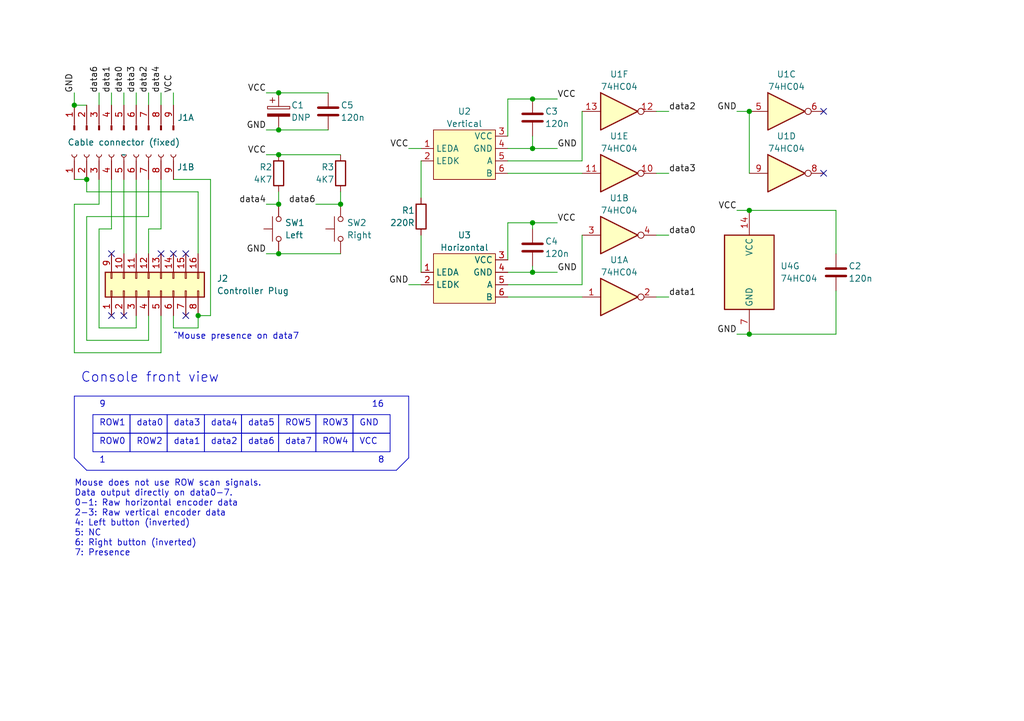
<source format=kicad_sch>
(kicad_sch (version 20230121) (generator eeschema)

  (uuid b941ca78-7fd9-416d-b386-9c5653564b64)

  (paper "A5")

  (lib_symbols
    (symbol "74xx:74HC04" (in_bom yes) (on_board yes)
      (property "Reference" "U" (at 0 1.27 0)
        (effects (font (size 1.27 1.27)))
      )
      (property "Value" "74HC04" (at 0 -1.27 0)
        (effects (font (size 1.27 1.27)))
      )
      (property "Footprint" "" (at 0 0 0)
        (effects (font (size 1.27 1.27)) hide)
      )
      (property "Datasheet" "https://assets.nexperia.com/documents/data-sheet/74HC_HCT04.pdf" (at 0 0 0)
        (effects (font (size 1.27 1.27)) hide)
      )
      (property "ki_locked" "" (at 0 0 0)
        (effects (font (size 1.27 1.27)))
      )
      (property "ki_keywords" "HCMOS not inv" (at 0 0 0)
        (effects (font (size 1.27 1.27)) hide)
      )
      (property "ki_description" "Hex Inverter" (at 0 0 0)
        (effects (font (size 1.27 1.27)) hide)
      )
      (property "ki_fp_filters" "DIP*W7.62mm* SSOP?14* TSSOP?14*" (at 0 0 0)
        (effects (font (size 1.27 1.27)) hide)
      )
      (symbol "74HC04_1_0"
        (polyline
          (pts
            (xy -3.81 3.81)
            (xy -3.81 -3.81)
            (xy 3.81 0)
            (xy -3.81 3.81)
          )
          (stroke (width 0.254) (type default))
          (fill (type background))
        )
        (pin input line (at -7.62 0 0) (length 3.81)
          (name "~" (effects (font (size 1.27 1.27))))
          (number "1" (effects (font (size 1.27 1.27))))
        )
        (pin output inverted (at 7.62 0 180) (length 3.81)
          (name "~" (effects (font (size 1.27 1.27))))
          (number "2" (effects (font (size 1.27 1.27))))
        )
      )
      (symbol "74HC04_2_0"
        (polyline
          (pts
            (xy -3.81 3.81)
            (xy -3.81 -3.81)
            (xy 3.81 0)
            (xy -3.81 3.81)
          )
          (stroke (width 0.254) (type default))
          (fill (type background))
        )
        (pin input line (at -7.62 0 0) (length 3.81)
          (name "~" (effects (font (size 1.27 1.27))))
          (number "3" (effects (font (size 1.27 1.27))))
        )
        (pin output inverted (at 7.62 0 180) (length 3.81)
          (name "~" (effects (font (size 1.27 1.27))))
          (number "4" (effects (font (size 1.27 1.27))))
        )
      )
      (symbol "74HC04_3_0"
        (polyline
          (pts
            (xy -3.81 3.81)
            (xy -3.81 -3.81)
            (xy 3.81 0)
            (xy -3.81 3.81)
          )
          (stroke (width 0.254) (type default))
          (fill (type background))
        )
        (pin input line (at -7.62 0 0) (length 3.81)
          (name "~" (effects (font (size 1.27 1.27))))
          (number "5" (effects (font (size 1.27 1.27))))
        )
        (pin output inverted (at 7.62 0 180) (length 3.81)
          (name "~" (effects (font (size 1.27 1.27))))
          (number "6" (effects (font (size 1.27 1.27))))
        )
      )
      (symbol "74HC04_4_0"
        (polyline
          (pts
            (xy -3.81 3.81)
            (xy -3.81 -3.81)
            (xy 3.81 0)
            (xy -3.81 3.81)
          )
          (stroke (width 0.254) (type default))
          (fill (type background))
        )
        (pin output inverted (at 7.62 0 180) (length 3.81)
          (name "~" (effects (font (size 1.27 1.27))))
          (number "8" (effects (font (size 1.27 1.27))))
        )
        (pin input line (at -7.62 0 0) (length 3.81)
          (name "~" (effects (font (size 1.27 1.27))))
          (number "9" (effects (font (size 1.27 1.27))))
        )
      )
      (symbol "74HC04_5_0"
        (polyline
          (pts
            (xy -3.81 3.81)
            (xy -3.81 -3.81)
            (xy 3.81 0)
            (xy -3.81 3.81)
          )
          (stroke (width 0.254) (type default))
          (fill (type background))
        )
        (pin output inverted (at 7.62 0 180) (length 3.81)
          (name "~" (effects (font (size 1.27 1.27))))
          (number "10" (effects (font (size 1.27 1.27))))
        )
        (pin input line (at -7.62 0 0) (length 3.81)
          (name "~" (effects (font (size 1.27 1.27))))
          (number "11" (effects (font (size 1.27 1.27))))
        )
      )
      (symbol "74HC04_6_0"
        (polyline
          (pts
            (xy -3.81 3.81)
            (xy -3.81 -3.81)
            (xy 3.81 0)
            (xy -3.81 3.81)
          )
          (stroke (width 0.254) (type default))
          (fill (type background))
        )
        (pin output inverted (at 7.62 0 180) (length 3.81)
          (name "~" (effects (font (size 1.27 1.27))))
          (number "12" (effects (font (size 1.27 1.27))))
        )
        (pin input line (at -7.62 0 0) (length 3.81)
          (name "~" (effects (font (size 1.27 1.27))))
          (number "13" (effects (font (size 1.27 1.27))))
        )
      )
      (symbol "74HC04_7_0"
        (pin power_in line (at 0 12.7 270) (length 5.08)
          (name "VCC" (effects (font (size 1.27 1.27))))
          (number "14" (effects (font (size 1.27 1.27))))
        )
        (pin power_in line (at 0 -12.7 90) (length 5.08)
          (name "GND" (effects (font (size 1.27 1.27))))
          (number "7" (effects (font (size 1.27 1.27))))
        )
      )
      (symbol "74HC04_7_1"
        (rectangle (start -5.08 7.62) (end 5.08 -7.62)
          (stroke (width 0.254) (type default))
          (fill (type background))
        )
      )
    )
    (symbol "Connector:Conn_01x09_Pin" (pin_names (offset 1.016) hide) (in_bom yes) (on_board yes)
      (property "Reference" "J" (at 0 12.7 0)
        (effects (font (size 1.27 1.27)))
      )
      (property "Value" "Conn_01x09_Pin" (at 0 -12.7 0)
        (effects (font (size 1.27 1.27)))
      )
      (property "Footprint" "" (at 0 0 0)
        (effects (font (size 1.27 1.27)) hide)
      )
      (property "Datasheet" "~" (at 0 0 0)
        (effects (font (size 1.27 1.27)) hide)
      )
      (property "ki_locked" "" (at 0 0 0)
        (effects (font (size 1.27 1.27)))
      )
      (property "ki_keywords" "connector" (at 0 0 0)
        (effects (font (size 1.27 1.27)) hide)
      )
      (property "ki_description" "Generic connector, single row, 01x09, script generated" (at 0 0 0)
        (effects (font (size 1.27 1.27)) hide)
      )
      (property "ki_fp_filters" "Connector*:*_1x??_*" (at 0 0 0)
        (effects (font (size 1.27 1.27)) hide)
      )
      (symbol "Conn_01x09_Pin_1_1"
        (polyline
          (pts
            (xy 1.27 -10.16)
            (xy 0.8636 -10.16)
          )
          (stroke (width 0.1524) (type default))
          (fill (type none))
        )
        (polyline
          (pts
            (xy 1.27 -7.62)
            (xy 0.8636 -7.62)
          )
          (stroke (width 0.1524) (type default))
          (fill (type none))
        )
        (polyline
          (pts
            (xy 1.27 -5.08)
            (xy 0.8636 -5.08)
          )
          (stroke (width 0.1524) (type default))
          (fill (type none))
        )
        (polyline
          (pts
            (xy 1.27 -2.54)
            (xy 0.8636 -2.54)
          )
          (stroke (width 0.1524) (type default))
          (fill (type none))
        )
        (polyline
          (pts
            (xy 1.27 0)
            (xy 0.8636 0)
          )
          (stroke (width 0.1524) (type default))
          (fill (type none))
        )
        (polyline
          (pts
            (xy 1.27 2.54)
            (xy 0.8636 2.54)
          )
          (stroke (width 0.1524) (type default))
          (fill (type none))
        )
        (polyline
          (pts
            (xy 1.27 5.08)
            (xy 0.8636 5.08)
          )
          (stroke (width 0.1524) (type default))
          (fill (type none))
        )
        (polyline
          (pts
            (xy 1.27 7.62)
            (xy 0.8636 7.62)
          )
          (stroke (width 0.1524) (type default))
          (fill (type none))
        )
        (polyline
          (pts
            (xy 1.27 10.16)
            (xy 0.8636 10.16)
          )
          (stroke (width 0.1524) (type default))
          (fill (type none))
        )
        (rectangle (start 0.8636 -10.033) (end 0 -10.287)
          (stroke (width 0.1524) (type default))
          (fill (type outline))
        )
        (rectangle (start 0.8636 -7.493) (end 0 -7.747)
          (stroke (width 0.1524) (type default))
          (fill (type outline))
        )
        (rectangle (start 0.8636 -4.953) (end 0 -5.207)
          (stroke (width 0.1524) (type default))
          (fill (type outline))
        )
        (rectangle (start 0.8636 -2.413) (end 0 -2.667)
          (stroke (width 0.1524) (type default))
          (fill (type outline))
        )
        (rectangle (start 0.8636 0.127) (end 0 -0.127)
          (stroke (width 0.1524) (type default))
          (fill (type outline))
        )
        (rectangle (start 0.8636 2.667) (end 0 2.413)
          (stroke (width 0.1524) (type default))
          (fill (type outline))
        )
        (rectangle (start 0.8636 5.207) (end 0 4.953)
          (stroke (width 0.1524) (type default))
          (fill (type outline))
        )
        (rectangle (start 0.8636 7.747) (end 0 7.493)
          (stroke (width 0.1524) (type default))
          (fill (type outline))
        )
        (rectangle (start 0.8636 10.287) (end 0 10.033)
          (stroke (width 0.1524) (type default))
          (fill (type outline))
        )
        (pin passive line (at 5.08 10.16 180) (length 3.81)
          (name "Pin_1" (effects (font (size 1.27 1.27))))
          (number "1" (effects (font (size 1.27 1.27))))
        )
        (pin passive line (at 5.08 7.62 180) (length 3.81)
          (name "Pin_2" (effects (font (size 1.27 1.27))))
          (number "2" (effects (font (size 1.27 1.27))))
        )
        (pin passive line (at 5.08 5.08 180) (length 3.81)
          (name "Pin_3" (effects (font (size 1.27 1.27))))
          (number "3" (effects (font (size 1.27 1.27))))
        )
        (pin passive line (at 5.08 2.54 180) (length 3.81)
          (name "Pin_4" (effects (font (size 1.27 1.27))))
          (number "4" (effects (font (size 1.27 1.27))))
        )
        (pin passive line (at 5.08 0 180) (length 3.81)
          (name "Pin_5" (effects (font (size 1.27 1.27))))
          (number "5" (effects (font (size 1.27 1.27))))
        )
        (pin passive line (at 5.08 -2.54 180) (length 3.81)
          (name "Pin_6" (effects (font (size 1.27 1.27))))
          (number "6" (effects (font (size 1.27 1.27))))
        )
        (pin passive line (at 5.08 -5.08 180) (length 3.81)
          (name "Pin_7" (effects (font (size 1.27 1.27))))
          (number "7" (effects (font (size 1.27 1.27))))
        )
        (pin passive line (at 5.08 -7.62 180) (length 3.81)
          (name "Pin_8" (effects (font (size 1.27 1.27))))
          (number "8" (effects (font (size 1.27 1.27))))
        )
        (pin passive line (at 5.08 -10.16 180) (length 3.81)
          (name "Pin_9" (effects (font (size 1.27 1.27))))
          (number "9" (effects (font (size 1.27 1.27))))
        )
      )
    )
    (symbol "Connector:Conn_01x09_Socket" (pin_names (offset 1.016) hide) (in_bom yes) (on_board yes)
      (property "Reference" "J" (at 0 12.7 0)
        (effects (font (size 1.27 1.27)))
      )
      (property "Value" "Conn_01x09_Socket" (at 0 -12.7 0)
        (effects (font (size 1.27 1.27)))
      )
      (property "Footprint" "" (at 0 0 0)
        (effects (font (size 1.27 1.27)) hide)
      )
      (property "Datasheet" "~" (at 0 0 0)
        (effects (font (size 1.27 1.27)) hide)
      )
      (property "ki_locked" "" (at 0 0 0)
        (effects (font (size 1.27 1.27)))
      )
      (property "ki_keywords" "connector" (at 0 0 0)
        (effects (font (size 1.27 1.27)) hide)
      )
      (property "ki_description" "Generic connector, single row, 01x09, script generated" (at 0 0 0)
        (effects (font (size 1.27 1.27)) hide)
      )
      (property "ki_fp_filters" "Connector*:*_1x??_*" (at 0 0 0)
        (effects (font (size 1.27 1.27)) hide)
      )
      (symbol "Conn_01x09_Socket_1_1"
        (arc (start 0 -9.652) (mid -0.5058 -10.16) (end 0 -10.668)
          (stroke (width 0.1524) (type default))
          (fill (type none))
        )
        (arc (start 0 -7.112) (mid -0.5058 -7.62) (end 0 -8.128)
          (stroke (width 0.1524) (type default))
          (fill (type none))
        )
        (arc (start 0 -4.572) (mid -0.5058 -5.08) (end 0 -5.588)
          (stroke (width 0.1524) (type default))
          (fill (type none))
        )
        (arc (start 0 -2.032) (mid -0.5058 -2.54) (end 0 -3.048)
          (stroke (width 0.1524) (type default))
          (fill (type none))
        )
        (polyline
          (pts
            (xy -1.27 -10.16)
            (xy -0.508 -10.16)
          )
          (stroke (width 0.1524) (type default))
          (fill (type none))
        )
        (polyline
          (pts
            (xy -1.27 -7.62)
            (xy -0.508 -7.62)
          )
          (stroke (width 0.1524) (type default))
          (fill (type none))
        )
        (polyline
          (pts
            (xy -1.27 -5.08)
            (xy -0.508 -5.08)
          )
          (stroke (width 0.1524) (type default))
          (fill (type none))
        )
        (polyline
          (pts
            (xy -1.27 -2.54)
            (xy -0.508 -2.54)
          )
          (stroke (width 0.1524) (type default))
          (fill (type none))
        )
        (polyline
          (pts
            (xy -1.27 0)
            (xy -0.508 0)
          )
          (stroke (width 0.1524) (type default))
          (fill (type none))
        )
        (polyline
          (pts
            (xy -1.27 2.54)
            (xy -0.508 2.54)
          )
          (stroke (width 0.1524) (type default))
          (fill (type none))
        )
        (polyline
          (pts
            (xy -1.27 5.08)
            (xy -0.508 5.08)
          )
          (stroke (width 0.1524) (type default))
          (fill (type none))
        )
        (polyline
          (pts
            (xy -1.27 7.62)
            (xy -0.508 7.62)
          )
          (stroke (width 0.1524) (type default))
          (fill (type none))
        )
        (polyline
          (pts
            (xy -1.27 10.16)
            (xy -0.508 10.16)
          )
          (stroke (width 0.1524) (type default))
          (fill (type none))
        )
        (arc (start 0 0.508) (mid -0.5058 0) (end 0 -0.508)
          (stroke (width 0.1524) (type default))
          (fill (type none))
        )
        (arc (start 0 3.048) (mid -0.5058 2.54) (end 0 2.032)
          (stroke (width 0.1524) (type default))
          (fill (type none))
        )
        (arc (start 0 5.588) (mid -0.5058 5.08) (end 0 4.572)
          (stroke (width 0.1524) (type default))
          (fill (type none))
        )
        (arc (start 0 8.128) (mid -0.5058 7.62) (end 0 7.112)
          (stroke (width 0.1524) (type default))
          (fill (type none))
        )
        (arc (start 0 10.668) (mid -0.5058 10.16) (end 0 9.652)
          (stroke (width 0.1524) (type default))
          (fill (type none))
        )
        (pin passive line (at -5.08 10.16 0) (length 3.81)
          (name "Pin_1" (effects (font (size 1.27 1.27))))
          (number "1" (effects (font (size 1.27 1.27))))
        )
        (pin passive line (at -5.08 7.62 0) (length 3.81)
          (name "Pin_2" (effects (font (size 1.27 1.27))))
          (number "2" (effects (font (size 1.27 1.27))))
        )
        (pin passive line (at -5.08 5.08 0) (length 3.81)
          (name "Pin_3" (effects (font (size 1.27 1.27))))
          (number "3" (effects (font (size 1.27 1.27))))
        )
        (pin passive line (at -5.08 2.54 0) (length 3.81)
          (name "Pin_4" (effects (font (size 1.27 1.27))))
          (number "4" (effects (font (size 1.27 1.27))))
        )
        (pin passive line (at -5.08 0 0) (length 3.81)
          (name "Pin_5" (effects (font (size 1.27 1.27))))
          (number "5" (effects (font (size 1.27 1.27))))
        )
        (pin passive line (at -5.08 -2.54 0) (length 3.81)
          (name "Pin_6" (effects (font (size 1.27 1.27))))
          (number "6" (effects (font (size 1.27 1.27))))
        )
        (pin passive line (at -5.08 -5.08 0) (length 3.81)
          (name "Pin_7" (effects (font (size 1.27 1.27))))
          (number "7" (effects (font (size 1.27 1.27))))
        )
        (pin passive line (at -5.08 -7.62 0) (length 3.81)
          (name "Pin_8" (effects (font (size 1.27 1.27))))
          (number "8" (effects (font (size 1.27 1.27))))
        )
        (pin passive line (at -5.08 -10.16 0) (length 3.81)
          (name "Pin_9" (effects (font (size 1.27 1.27))))
          (number "9" (effects (font (size 1.27 1.27))))
        )
      )
    )
    (symbol "Connector_Generic:Conn_02x08_Top_Bottom" (pin_names (offset 1.016) hide) (in_bom yes) (on_board yes)
      (property "Reference" "J" (at 1.27 10.16 0)
        (effects (font (size 1.27 1.27)))
      )
      (property "Value" "Conn_02x08_Top_Bottom" (at 1.27 -12.7 0)
        (effects (font (size 1.27 1.27)))
      )
      (property "Footprint" "" (at 0 0 0)
        (effects (font (size 1.27 1.27)) hide)
      )
      (property "Datasheet" "~" (at 0 0 0)
        (effects (font (size 1.27 1.27)) hide)
      )
      (property "ki_keywords" "connector" (at 0 0 0)
        (effects (font (size 1.27 1.27)) hide)
      )
      (property "ki_description" "Generic connector, double row, 02x08, top/bottom pin numbering scheme (row 1: 1...pins_per_row, row2: pins_per_row+1 ... num_pins), script generated (kicad-library-utils/schlib/autogen/connector/)" (at 0 0 0)
        (effects (font (size 1.27 1.27)) hide)
      )
      (property "ki_fp_filters" "Connector*:*_2x??_*" (at 0 0 0)
        (effects (font (size 1.27 1.27)) hide)
      )
      (symbol "Conn_02x08_Top_Bottom_1_1"
        (rectangle (start -1.27 -10.033) (end 0 -10.287)
          (stroke (width 0.1524) (type default))
          (fill (type none))
        )
        (rectangle (start -1.27 -7.493) (end 0 -7.747)
          (stroke (width 0.1524) (type default))
          (fill (type none))
        )
        (rectangle (start -1.27 -4.953) (end 0 -5.207)
          (stroke (width 0.1524) (type default))
          (fill (type none))
        )
        (rectangle (start -1.27 -2.413) (end 0 -2.667)
          (stroke (width 0.1524) (type default))
          (fill (type none))
        )
        (rectangle (start -1.27 0.127) (end 0 -0.127)
          (stroke (width 0.1524) (type default))
          (fill (type none))
        )
        (rectangle (start -1.27 2.667) (end 0 2.413)
          (stroke (width 0.1524) (type default))
          (fill (type none))
        )
        (rectangle (start -1.27 5.207) (end 0 4.953)
          (stroke (width 0.1524) (type default))
          (fill (type none))
        )
        (rectangle (start -1.27 7.747) (end 0 7.493)
          (stroke (width 0.1524) (type default))
          (fill (type none))
        )
        (rectangle (start -1.27 8.89) (end 3.81 -11.43)
          (stroke (width 0.254) (type default))
          (fill (type background))
        )
        (rectangle (start 3.81 -10.033) (end 2.54 -10.287)
          (stroke (width 0.1524) (type default))
          (fill (type none))
        )
        (rectangle (start 3.81 -7.493) (end 2.54 -7.747)
          (stroke (width 0.1524) (type default))
          (fill (type none))
        )
        (rectangle (start 3.81 -4.953) (end 2.54 -5.207)
          (stroke (width 0.1524) (type default))
          (fill (type none))
        )
        (rectangle (start 3.81 -2.413) (end 2.54 -2.667)
          (stroke (width 0.1524) (type default))
          (fill (type none))
        )
        (rectangle (start 3.81 0.127) (end 2.54 -0.127)
          (stroke (width 0.1524) (type default))
          (fill (type none))
        )
        (rectangle (start 3.81 2.667) (end 2.54 2.413)
          (stroke (width 0.1524) (type default))
          (fill (type none))
        )
        (rectangle (start 3.81 5.207) (end 2.54 4.953)
          (stroke (width 0.1524) (type default))
          (fill (type none))
        )
        (rectangle (start 3.81 7.747) (end 2.54 7.493)
          (stroke (width 0.1524) (type default))
          (fill (type none))
        )
        (pin passive line (at -5.08 7.62 0) (length 3.81)
          (name "Pin_1" (effects (font (size 1.27 1.27))))
          (number "1" (effects (font (size 1.27 1.27))))
        )
        (pin passive line (at 7.62 5.08 180) (length 3.81)
          (name "Pin_10" (effects (font (size 1.27 1.27))))
          (number "10" (effects (font (size 1.27 1.27))))
        )
        (pin passive line (at 7.62 2.54 180) (length 3.81)
          (name "Pin_11" (effects (font (size 1.27 1.27))))
          (number "11" (effects (font (size 1.27 1.27))))
        )
        (pin passive line (at 7.62 0 180) (length 3.81)
          (name "Pin_12" (effects (font (size 1.27 1.27))))
          (number "12" (effects (font (size 1.27 1.27))))
        )
        (pin passive line (at 7.62 -2.54 180) (length 3.81)
          (name "Pin_13" (effects (font (size 1.27 1.27))))
          (number "13" (effects (font (size 1.27 1.27))))
        )
        (pin passive line (at 7.62 -5.08 180) (length 3.81)
          (name "Pin_14" (effects (font (size 1.27 1.27))))
          (number "14" (effects (font (size 1.27 1.27))))
        )
        (pin passive line (at 7.62 -7.62 180) (length 3.81)
          (name "Pin_15" (effects (font (size 1.27 1.27))))
          (number "15" (effects (font (size 1.27 1.27))))
        )
        (pin passive line (at 7.62 -10.16 180) (length 3.81)
          (name "Pin_16" (effects (font (size 1.27 1.27))))
          (number "16" (effects (font (size 1.27 1.27))))
        )
        (pin passive line (at -5.08 5.08 0) (length 3.81)
          (name "Pin_2" (effects (font (size 1.27 1.27))))
          (number "2" (effects (font (size 1.27 1.27))))
        )
        (pin passive line (at -5.08 2.54 0) (length 3.81)
          (name "Pin_3" (effects (font (size 1.27 1.27))))
          (number "3" (effects (font (size 1.27 1.27))))
        )
        (pin passive line (at -5.08 0 0) (length 3.81)
          (name "Pin_4" (effects (font (size 1.27 1.27))))
          (number "4" (effects (font (size 1.27 1.27))))
        )
        (pin passive line (at -5.08 -2.54 0) (length 3.81)
          (name "Pin_5" (effects (font (size 1.27 1.27))))
          (number "5" (effects (font (size 1.27 1.27))))
        )
        (pin passive line (at -5.08 -5.08 0) (length 3.81)
          (name "Pin_6" (effects (font (size 1.27 1.27))))
          (number "6" (effects (font (size 1.27 1.27))))
        )
        (pin passive line (at -5.08 -7.62 0) (length 3.81)
          (name "Pin_7" (effects (font (size 1.27 1.27))))
          (number "7" (effects (font (size 1.27 1.27))))
        )
        (pin passive line (at -5.08 -10.16 0) (length 3.81)
          (name "Pin_8" (effects (font (size 1.27 1.27))))
          (number "8" (effects (font (size 1.27 1.27))))
        )
        (pin passive line (at 7.62 7.62 180) (length 3.81)
          (name "Pin_9" (effects (font (size 1.27 1.27))))
          (number "9" (effects (font (size 1.27 1.27))))
        )
      )
    )
    (symbol "Device:C" (pin_numbers hide) (pin_names (offset 0.254)) (in_bom yes) (on_board yes)
      (property "Reference" "C" (at 0.635 2.54 0)
        (effects (font (size 1.27 1.27)) (justify left))
      )
      (property "Value" "C" (at 0.635 -2.54 0)
        (effects (font (size 1.27 1.27)) (justify left))
      )
      (property "Footprint" "" (at 0.9652 -3.81 0)
        (effects (font (size 1.27 1.27)) hide)
      )
      (property "Datasheet" "~" (at 0 0 0)
        (effects (font (size 1.27 1.27)) hide)
      )
      (property "ki_keywords" "cap capacitor" (at 0 0 0)
        (effects (font (size 1.27 1.27)) hide)
      )
      (property "ki_description" "Unpolarized capacitor" (at 0 0 0)
        (effects (font (size 1.27 1.27)) hide)
      )
      (property "ki_fp_filters" "C_*" (at 0 0 0)
        (effects (font (size 1.27 1.27)) hide)
      )
      (symbol "C_0_1"
        (polyline
          (pts
            (xy -2.032 -0.762)
            (xy 2.032 -0.762)
          )
          (stroke (width 0.508) (type default))
          (fill (type none))
        )
        (polyline
          (pts
            (xy -2.032 0.762)
            (xy 2.032 0.762)
          )
          (stroke (width 0.508) (type default))
          (fill (type none))
        )
      )
      (symbol "C_1_1"
        (pin passive line (at 0 3.81 270) (length 2.794)
          (name "~" (effects (font (size 1.27 1.27))))
          (number "1" (effects (font (size 1.27 1.27))))
        )
        (pin passive line (at 0 -3.81 90) (length 2.794)
          (name "~" (effects (font (size 1.27 1.27))))
          (number "2" (effects (font (size 1.27 1.27))))
        )
      )
    )
    (symbol "Device:C_Polarized" (pin_numbers hide) (pin_names (offset 0.254)) (in_bom yes) (on_board yes)
      (property "Reference" "C" (at 0.635 2.54 0)
        (effects (font (size 1.27 1.27)) (justify left))
      )
      (property "Value" "C_Polarized" (at 0.635 -2.54 0)
        (effects (font (size 1.27 1.27)) (justify left))
      )
      (property "Footprint" "" (at 0.9652 -3.81 0)
        (effects (font (size 1.27 1.27)) hide)
      )
      (property "Datasheet" "~" (at 0 0 0)
        (effects (font (size 1.27 1.27)) hide)
      )
      (property "ki_keywords" "cap capacitor" (at 0 0 0)
        (effects (font (size 1.27 1.27)) hide)
      )
      (property "ki_description" "Polarized capacitor" (at 0 0 0)
        (effects (font (size 1.27 1.27)) hide)
      )
      (property "ki_fp_filters" "CP_*" (at 0 0 0)
        (effects (font (size 1.27 1.27)) hide)
      )
      (symbol "C_Polarized_0_1"
        (rectangle (start -2.286 0.508) (end 2.286 1.016)
          (stroke (width 0) (type default))
          (fill (type none))
        )
        (polyline
          (pts
            (xy -1.778 2.286)
            (xy -0.762 2.286)
          )
          (stroke (width 0) (type default))
          (fill (type none))
        )
        (polyline
          (pts
            (xy -1.27 2.794)
            (xy -1.27 1.778)
          )
          (stroke (width 0) (type default))
          (fill (type none))
        )
        (rectangle (start 2.286 -0.508) (end -2.286 -1.016)
          (stroke (width 0) (type default))
          (fill (type outline))
        )
      )
      (symbol "C_Polarized_1_1"
        (pin passive line (at 0 3.81 270) (length 2.794)
          (name "~" (effects (font (size 1.27 1.27))))
          (number "1" (effects (font (size 1.27 1.27))))
        )
        (pin passive line (at 0 -3.81 90) (length 2.794)
          (name "~" (effects (font (size 1.27 1.27))))
          (number "2" (effects (font (size 1.27 1.27))))
        )
      )
    )
    (symbol "Device:R" (pin_numbers hide) (pin_names (offset 0)) (in_bom yes) (on_board yes)
      (property "Reference" "R" (at 2.032 0 90)
        (effects (font (size 1.27 1.27)))
      )
      (property "Value" "R" (at 0 0 90)
        (effects (font (size 1.27 1.27)))
      )
      (property "Footprint" "" (at -1.778 0 90)
        (effects (font (size 1.27 1.27)) hide)
      )
      (property "Datasheet" "~" (at 0 0 0)
        (effects (font (size 1.27 1.27)) hide)
      )
      (property "ki_keywords" "R res resistor" (at 0 0 0)
        (effects (font (size 1.27 1.27)) hide)
      )
      (property "ki_description" "Resistor" (at 0 0 0)
        (effects (font (size 1.27 1.27)) hide)
      )
      (property "ki_fp_filters" "R_*" (at 0 0 0)
        (effects (font (size 1.27 1.27)) hide)
      )
      (symbol "R_0_1"
        (rectangle (start -1.016 -2.54) (end 1.016 2.54)
          (stroke (width 0.254) (type default))
          (fill (type none))
        )
      )
      (symbol "R_1_1"
        (pin passive line (at 0 3.81 270) (length 1.27)
          (name "~" (effects (font (size 1.27 1.27))))
          (number "1" (effects (font (size 1.27 1.27))))
        )
        (pin passive line (at 0 -3.81 90) (length 1.27)
          (name "~" (effects (font (size 1.27 1.27))))
          (number "2" (effects (font (size 1.27 1.27))))
        )
      )
    )
    (symbol "MouseParts:Encoder" (in_bom yes) (on_board yes)
      (property "Reference" "U" (at 0 6.35 0)
        (effects (font (size 1.27 1.27)))
      )
      (property "Value" "" (at 2.54 1.27 0)
        (effects (font (size 1.27 1.27)))
      )
      (property "Footprint" "" (at 2.54 1.27 0)
        (effects (font (size 1.27 1.27)) hide)
      )
      (property "Datasheet" "" (at 2.54 1.27 0)
        (effects (font (size 1.27 1.27)) hide)
      )
      (symbol "Encoder_1_1"
        (rectangle (start -6.35 5.08) (end 6.35 -5.08)
          (stroke (width 0) (type default))
          (fill (type background))
        )
        (pin passive line (at -8.89 1.27 0) (length 2.54)
          (name "LEDA" (effects (font (size 1.27 1.27))))
          (number "1" (effects (font (size 1.27 1.27))))
        )
        (pin passive line (at -8.89 -1.27 0) (length 2.54)
          (name "LEDK" (effects (font (size 1.27 1.27))))
          (number "2" (effects (font (size 1.27 1.27))))
        )
        (pin power_in line (at 8.89 3.81 180) (length 2.54)
          (name "VCC" (effects (font (size 1.27 1.27))))
          (number "3" (effects (font (size 1.27 1.27))))
        )
        (pin power_in line (at 8.89 1.27 180) (length 2.54)
          (name "GND" (effects (font (size 1.27 1.27))))
          (number "4" (effects (font (size 1.27 1.27))))
        )
        (pin output line (at 8.89 -1.27 180) (length 2.54)
          (name "A" (effects (font (size 1.27 1.27))))
          (number "5" (effects (font (size 1.27 1.27))))
        )
        (pin output line (at 8.89 -3.81 180) (length 2.54)
          (name "B" (effects (font (size 1.27 1.27))))
          (number "6" (effects (font (size 1.27 1.27))))
        )
      )
    )
    (symbol "Switch:SW_Push" (pin_numbers hide) (pin_names (offset 1.016) hide) (in_bom yes) (on_board yes)
      (property "Reference" "SW" (at 1.27 2.54 0)
        (effects (font (size 1.27 1.27)) (justify left))
      )
      (property "Value" "SW_Push" (at 0 -1.524 0)
        (effects (font (size 1.27 1.27)))
      )
      (property "Footprint" "" (at 0 5.08 0)
        (effects (font (size 1.27 1.27)) hide)
      )
      (property "Datasheet" "~" (at 0 5.08 0)
        (effects (font (size 1.27 1.27)) hide)
      )
      (property "ki_keywords" "switch normally-open pushbutton push-button" (at 0 0 0)
        (effects (font (size 1.27 1.27)) hide)
      )
      (property "ki_description" "Push button switch, generic, two pins" (at 0 0 0)
        (effects (font (size 1.27 1.27)) hide)
      )
      (symbol "SW_Push_0_1"
        (circle (center -2.032 0) (radius 0.508)
          (stroke (width 0) (type default))
          (fill (type none))
        )
        (polyline
          (pts
            (xy 0 1.27)
            (xy 0 3.048)
          )
          (stroke (width 0) (type default))
          (fill (type none))
        )
        (polyline
          (pts
            (xy 2.54 1.27)
            (xy -2.54 1.27)
          )
          (stroke (width 0) (type default))
          (fill (type none))
        )
        (circle (center 2.032 0) (radius 0.508)
          (stroke (width 0) (type default))
          (fill (type none))
        )
        (pin passive line (at -5.08 0 0) (length 2.54)
          (name "1" (effects (font (size 1.27 1.27))))
          (number "1" (effects (font (size 1.27 1.27))))
        )
        (pin passive line (at 5.08 0 180) (length 2.54)
          (name "2" (effects (font (size 1.27 1.27))))
          (number "2" (effects (font (size 1.27 1.27))))
        )
      )
    )
  )

  (junction (at 153.67 22.86) (diameter 0) (color 0 0 0 0)
    (uuid 000185f6-c02c-4b48-a816-34efef5076c5)
  )
  (junction (at 153.67 43.18) (diameter 0) (color 0 0 0 0)
    (uuid 19cdbe8b-db6d-4c8f-b39a-789eb738fe51)
  )
  (junction (at 57.15 19.05) (diameter 0) (color 0 0 0 0)
    (uuid 216d135c-967b-49b1-9b82-c927b99301e8)
  )
  (junction (at 57.15 26.67) (diameter 0) (color 0 0 0 0)
    (uuid 339674fc-2a42-4650-ae38-8894767f8a48)
  )
  (junction (at 109.22 30.48) (diameter 0) (color 0 0 0 0)
    (uuid 4136b914-db41-42f8-8777-f1ee7804d999)
  )
  (junction (at 57.15 41.91) (diameter 0) (color 0 0 0 0)
    (uuid 549fe325-b451-4c37-82e5-b1d3010bd1c3)
  )
  (junction (at 57.15 31.75) (diameter 0) (color 0 0 0 0)
    (uuid 60185dfb-6dac-456a-b7a0-3281b73df9d8)
  )
  (junction (at 40.64 64.77) (diameter 0) (color 0 0 0 0)
    (uuid 76819b9b-a3ab-4c6d-9f70-10e86a75d1fa)
  )
  (junction (at 69.85 41.91) (diameter 0) (color 0 0 0 0)
    (uuid 87ac0c55-5bac-4a12-8549-0ca35775f49e)
  )
  (junction (at 109.22 55.88) (diameter 0) (color 0 0 0 0)
    (uuid 932de1c0-9625-42ed-b48a-978bf3fb6560)
  )
  (junction (at 15.24 21.59) (diameter 0) (color 0 0 0 0)
    (uuid 9ceb5270-64c9-4bb7-a045-843465b632ba)
  )
  (junction (at 109.22 45.72) (diameter 0) (color 0 0 0 0)
    (uuid a68a2621-6c9d-4822-bd04-5a85e6cdf216)
  )
  (junction (at 57.15 52.07) (diameter 0) (color 0 0 0 0)
    (uuid bad30cdc-fe0c-435a-bf5c-c90c1b2d7fd5)
  )
  (junction (at 17.78 36.83) (diameter 0) (color 0 0 0 0)
    (uuid dee6c6e6-15ff-4582-9fbb-ebf4da70beac)
  )
  (junction (at 109.22 20.32) (diameter 0) (color 0 0 0 0)
    (uuid e1d8040c-418b-4b26-8aff-0bf5ca7ac8ae)
  )
  (junction (at 153.67 68.58) (diameter 0) (color 0 0 0 0)
    (uuid f448d58d-e4ac-4a7a-b48b-33fe8fab017d)
  )

  (no_connect (at 35.56 52.07) (uuid 2197a5fd-b5ff-4c12-aad4-290233d7687a))
  (no_connect (at 25.4 64.77) (uuid 48c7862a-322f-4f30-881e-377971072777))
  (no_connect (at 38.1 52.07) (uuid 49932824-4c9e-49cf-a76a-0247f9319990))
  (no_connect (at 33.02 52.07) (uuid 4f949909-464a-46d8-8d82-9a9822e9f227))
  (no_connect (at 168.91 22.86) (uuid 67fda4a4-377d-42ab-897f-a3ed4aa46860))
  (no_connect (at 168.91 35.56) (uuid 90bb11ad-d3aa-45e5-85a3-c5db3f90102d))
  (no_connect (at 38.1 64.77) (uuid 99c4f2d7-c18e-456c-9f21-90b4a016c93a))
  (no_connect (at 22.86 52.07) (uuid 9bb74055-2801-4889-91af-28570921808f))
  (no_connect (at 22.86 64.77) (uuid f2dae7f8-7689-4ce0-babd-93cbba718663))

  (wire (pts (xy 25.4 36.83) (xy 25.4 52.07))
    (stroke (width 0) (type default))
    (uuid 00042637-5c52-45b1-9db3-d4d82c501748)
  )
  (wire (pts (xy 119.38 22.86) (xy 119.38 33.02))
    (stroke (width 0) (type default))
    (uuid 0826e243-9392-41f0-b1e7-c9256ee615a2)
  )
  (wire (pts (xy 54.61 31.75) (xy 57.15 31.75))
    (stroke (width 0) (type default))
    (uuid 091eb37b-e123-4ec0-8c3a-e69622012db9)
  )
  (wire (pts (xy 57.15 26.67) (xy 67.31 26.67))
    (stroke (width 0) (type default))
    (uuid 0df65004-d2dc-4621-b9fc-ad9124794722)
  )
  (wire (pts (xy 22.86 19.05) (xy 22.86 21.59))
    (stroke (width 0) (type default))
    (uuid 123573f3-d1b2-4958-9f73-9c172b7ec132)
  )
  (wire (pts (xy 134.62 22.86) (xy 137.16 22.86))
    (stroke (width 0) (type default))
    (uuid 12fd8124-dbe7-46a3-9c7b-90d6dd556f20)
  )
  (wire (pts (xy 15.24 41.91) (xy 15.24 72.39))
    (stroke (width 0) (type default))
    (uuid 134d27bd-04d9-4df7-b953-fbb0a1afebad)
  )
  (wire (pts (xy 83.82 58.42) (xy 86.36 58.42))
    (stroke (width 0) (type default))
    (uuid 1c6fca2f-9abe-443c-b50d-071eb95a4a40)
  )
  (wire (pts (xy 30.48 46.99) (xy 30.48 52.07))
    (stroke (width 0) (type default))
    (uuid 1cbb0a1c-8e3a-4130-af62-6bd96c928676)
  )
  (wire (pts (xy 119.38 58.42) (xy 119.38 48.26))
    (stroke (width 0) (type default))
    (uuid 1dc356e9-61a1-46f9-8c6b-51ff622c22ba)
  )
  (wire (pts (xy 54.61 41.91) (xy 57.15 41.91))
    (stroke (width 0) (type default))
    (uuid 298601bd-ab78-4b8d-9bd7-c9fc59786092)
  )
  (wire (pts (xy 35.56 36.83) (xy 43.18 36.83))
    (stroke (width 0) (type default))
    (uuid 2d2d0316-e751-402e-b32f-43c00b9c97f2)
  )
  (wire (pts (xy 43.18 36.83) (xy 43.18 64.77))
    (stroke (width 0) (type default))
    (uuid 303111e2-c06e-4028-8aec-1c52a191c021)
  )
  (wire (pts (xy 171.45 68.58) (xy 171.45 59.69))
    (stroke (width 0) (type default))
    (uuid 348db41b-e3af-4a7b-b3db-3b2f015e1e95)
  )
  (wire (pts (xy 57.15 31.75) (xy 69.85 31.75))
    (stroke (width 0) (type default))
    (uuid 35f06454-3187-4e90-9cac-388d5cc241c4)
  )
  (wire (pts (xy 86.36 48.26) (xy 86.36 55.88))
    (stroke (width 0) (type default))
    (uuid 36c3a7be-6720-408b-a713-15b76437ba74)
  )
  (wire (pts (xy 15.24 72.39) (xy 33.02 72.39))
    (stroke (width 0) (type default))
    (uuid 44d165d2-d682-4df0-9ef9-1163c98edff9)
  )
  (wire (pts (xy 30.48 44.45) (xy 17.78 44.45))
    (stroke (width 0) (type default))
    (uuid 47dbd44c-8a98-474a-a650-2d91706a6a70)
  )
  (wire (pts (xy 109.22 46.99) (xy 109.22 45.72))
    (stroke (width 0) (type default))
    (uuid 4d15c91f-9fc0-4414-a1fe-ee09d2a98df8)
  )
  (polyline (pts (xy 17.78 96.52) (xy 15.24 93.98))
    (stroke (width 0) (type default))
    (uuid 517ef04a-1aa7-4bfc-96ec-737ca65a8322)
  )

  (wire (pts (xy 22.86 36.83) (xy 22.86 46.99))
    (stroke (width 0) (type default))
    (uuid 573fe67f-271b-4458-9d35-91adaa47a4c0)
  )
  (wire (pts (xy 17.78 44.45) (xy 17.78 69.85))
    (stroke (width 0) (type default))
    (uuid 5a9d2f3c-d96a-4759-a57d-8e50f87fc97e)
  )
  (wire (pts (xy 109.22 45.72) (xy 114.3 45.72))
    (stroke (width 0) (type default))
    (uuid 5cddf6c0-be87-4512-a015-c46b1294a841)
  )
  (polyline (pts (xy 83.82 93.98) (xy 81.28 96.52))
    (stroke (width 0) (type default))
    (uuid 5cf32065-b5b0-4e30-a1a8-94d592cf320f)
  )

  (wire (pts (xy 35.56 67.31) (xy 40.64 67.31))
    (stroke (width 0) (type default))
    (uuid 5f150f1c-614d-466f-a1d5-da7f42cf3d3c)
  )
  (wire (pts (xy 104.14 35.56) (xy 119.38 35.56))
    (stroke (width 0) (type default))
    (uuid 5fea4a6a-858b-4850-b62a-a7bf4b3ffa4d)
  )
  (wire (pts (xy 109.22 30.48) (xy 114.3 30.48))
    (stroke (width 0) (type default))
    (uuid 6723e91a-5853-4f0b-9abc-d82bf9ec0a06)
  )
  (polyline (pts (xy 83.82 81.28) (xy 83.82 93.98))
    (stroke (width 0) (type default))
    (uuid 69fdafc7-6b9c-4d62-8f32-d5e0e49de422)
  )

  (wire (pts (xy 33.02 19.05) (xy 33.02 21.59))
    (stroke (width 0) (type default))
    (uuid 6cb348d4-441b-4bf3-b37d-2f286e5d0412)
  )
  (wire (pts (xy 151.13 22.86) (xy 153.67 22.86))
    (stroke (width 0) (type default))
    (uuid 6dcc64c3-42c8-4039-bdf3-3a1e56714e48)
  )
  (wire (pts (xy 119.38 58.42) (xy 104.14 58.42))
    (stroke (width 0) (type default))
    (uuid 6f9085d8-e7a2-45b4-8a95-38a91f4f285f)
  )
  (wire (pts (xy 35.56 64.77) (xy 35.56 67.31))
    (stroke (width 0) (type default))
    (uuid 7299eed4-77a5-4ada-9beb-17164aa1996d)
  )
  (wire (pts (xy 20.32 36.83) (xy 20.32 41.91))
    (stroke (width 0) (type default))
    (uuid 72e20905-a37a-4148-a7d1-3897375ccc32)
  )
  (wire (pts (xy 57.15 19.05) (xy 67.31 19.05))
    (stroke (width 0) (type default))
    (uuid 74cdf7a6-dd60-498d-b785-b494b1e9daf7)
  )
  (wire (pts (xy 54.61 52.07) (xy 57.15 52.07))
    (stroke (width 0) (type default))
    (uuid 79c8d9cc-633c-4b10-82b3-6f9be8bc2718)
  )
  (wire (pts (xy 134.62 60.96) (xy 137.16 60.96))
    (stroke (width 0) (type default))
    (uuid 818e846c-180d-47f1-962b-ef18d92bcd7a)
  )
  (polyline (pts (xy 15.24 81.28) (xy 83.82 81.28))
    (stroke (width 0) (type default))
    (uuid 8388a7fd-1756-4a7a-be87-e8ebc2187ea4)
  )

  (wire (pts (xy 17.78 36.83) (xy 17.78 39.37))
    (stroke (width 0) (type default))
    (uuid 87656e17-7989-4ea7-9bef-adecacad8be8)
  )
  (wire (pts (xy 20.32 41.91) (xy 15.24 41.91))
    (stroke (width 0) (type default))
    (uuid 894d6d7b-9f0b-4f65-af92-8dcba9890bc0)
  )
  (wire (pts (xy 30.48 19.05) (xy 30.48 21.59))
    (stroke (width 0) (type default))
    (uuid 90efe3f0-cd02-49fe-8339-7e66c2ee750e)
  )
  (wire (pts (xy 17.78 69.85) (xy 30.48 69.85))
    (stroke (width 0) (type default))
    (uuid 913b21f7-1cb2-4f95-ae43-70a7334652ba)
  )
  (wire (pts (xy 86.36 33.02) (xy 86.36 40.64))
    (stroke (width 0) (type default))
    (uuid 91c953da-1e80-485d-bbce-9de122cfd9e5)
  )
  (wire (pts (xy 83.82 30.48) (xy 86.36 30.48))
    (stroke (width 0) (type default))
    (uuid 94daef3b-09e9-4420-beb8-28f1515836a0)
  )
  (wire (pts (xy 20.32 46.99) (xy 20.32 67.31))
    (stroke (width 0) (type default))
    (uuid 951bac90-0999-4c5a-a52c-d70819ef0781)
  )
  (wire (pts (xy 171.45 52.07) (xy 171.45 43.18))
    (stroke (width 0) (type default))
    (uuid 964e9c6e-5a67-4ed9-986d-decfd5450c60)
  )
  (wire (pts (xy 171.45 43.18) (xy 153.67 43.18))
    (stroke (width 0) (type default))
    (uuid 9694ba1d-0a96-4395-bc27-4b34ff3598d7)
  )
  (wire (pts (xy 57.15 52.07) (xy 69.85 52.07))
    (stroke (width 0) (type default))
    (uuid 97270bd5-8183-4eed-8aab-623ba330d9af)
  )
  (wire (pts (xy 33.02 46.99) (xy 30.48 46.99))
    (stroke (width 0) (type default))
    (uuid 97bf417d-59bf-4576-a7a6-b2a845e587f4)
  )
  (wire (pts (xy 15.24 36.83) (xy 17.78 36.83))
    (stroke (width 0) (type default))
    (uuid 97c3331c-4766-4282-bc5c-7875c9c197c4)
  )
  (wire (pts (xy 40.64 67.31) (xy 40.64 64.77))
    (stroke (width 0) (type default))
    (uuid 99e7017a-0a2c-4187-a8e2-43aadbdf514b)
  )
  (wire (pts (xy 27.94 67.31) (xy 27.94 64.77))
    (stroke (width 0) (type default))
    (uuid 9f69e160-a9c3-48c3-a7a9-6ca3500459e6)
  )
  (wire (pts (xy 153.67 22.86) (xy 153.67 35.56))
    (stroke (width 0) (type default))
    (uuid a4712f4e-c2f6-4bbc-830d-b5cb3dc07a11)
  )
  (wire (pts (xy 30.48 36.83) (xy 30.48 44.45))
    (stroke (width 0) (type default))
    (uuid a5e975e7-4426-414b-b458-c1293f79668c)
  )
  (wire (pts (xy 20.32 67.31) (xy 27.94 67.31))
    (stroke (width 0) (type default))
    (uuid aaa9ad04-2f96-40be-96d1-5e79e0a34b2f)
  )
  (wire (pts (xy 104.14 45.72) (xy 109.22 45.72))
    (stroke (width 0) (type default))
    (uuid ab3d1d5c-3fcf-4d4a-92ee-2d176d1462b0)
  )
  (wire (pts (xy 27.94 19.05) (xy 27.94 21.59))
    (stroke (width 0) (type default))
    (uuid abfa2eff-a533-40d0-8e18-08d673e13f01)
  )
  (polyline (pts (xy 81.28 96.52) (xy 17.78 96.52))
    (stroke (width 0) (type default))
    (uuid ac26ec4e-3a9a-4a23-8d0a-2086c4541beb)
  )

  (wire (pts (xy 54.61 26.67) (xy 57.15 26.67))
    (stroke (width 0) (type default))
    (uuid b0a2dba8-00f0-471a-bb64-d6b679f40acc)
  )
  (wire (pts (xy 69.85 39.37) (xy 69.85 41.91))
    (stroke (width 0) (type default))
    (uuid b50a0fb7-44da-402e-9c12-3cd47b12f449)
  )
  (wire (pts (xy 17.78 21.59) (xy 15.24 21.59))
    (stroke (width 0) (type default))
    (uuid b9cef85e-8d2a-4f30-9763-8ec4549e11a9)
  )
  (wire (pts (xy 64.77 41.91) (xy 69.85 41.91))
    (stroke (width 0) (type default))
    (uuid bcb51c9d-875a-4da5-a484-e42434098195)
  )
  (wire (pts (xy 40.64 39.37) (xy 40.64 52.07))
    (stroke (width 0) (type default))
    (uuid bd8ffb5b-da9b-48d5-b361-dafdae3425da)
  )
  (wire (pts (xy 104.14 20.32) (xy 109.22 20.32))
    (stroke (width 0) (type default))
    (uuid c6491f25-f2ae-440b-940f-31f9b9501337)
  )
  (wire (pts (xy 20.32 19.05) (xy 20.32 21.59))
    (stroke (width 0) (type default))
    (uuid c88c925d-69a7-4ef1-afc4-b5cb2854ddd5)
  )
  (wire (pts (xy 15.24 21.59) (xy 15.24 19.05))
    (stroke (width 0) (type default))
    (uuid c8ee3512-9c8f-4280-998f-561459d96958)
  )
  (wire (pts (xy 54.61 19.05) (xy 57.15 19.05))
    (stroke (width 0) (type default))
    (uuid c9a20f04-fec7-4401-a6af-372098361cb8)
  )
  (wire (pts (xy 104.14 60.96) (xy 119.38 60.96))
    (stroke (width 0) (type default))
    (uuid ca949523-c362-4472-965e-9003f771e5aa)
  )
  (wire (pts (xy 151.13 43.18) (xy 153.67 43.18))
    (stroke (width 0) (type default))
    (uuid caa0dc1a-90ef-4c87-8f23-2d52ce2d9da5)
  )
  (wire (pts (xy 109.22 20.32) (xy 114.3 20.32))
    (stroke (width 0) (type default))
    (uuid cc0489d5-44be-457b-a9c1-070ff77ece9d)
  )
  (wire (pts (xy 30.48 69.85) (xy 30.48 64.77))
    (stroke (width 0) (type default))
    (uuid ccb64a0e-50c1-4217-ab2b-d1556ee3f85f)
  )
  (wire (pts (xy 134.62 48.26) (xy 137.16 48.26))
    (stroke (width 0) (type default))
    (uuid d2240028-5d73-40e5-9f74-c509a4b1ff99)
  )
  (polyline (pts (xy 15.24 81.28) (xy 15.24 93.98))
    (stroke (width 0) (type default))
    (uuid d251c18a-a50e-457a-bc62-c3acf0424b82)
  )

  (wire (pts (xy 153.67 68.58) (xy 171.45 68.58))
    (stroke (width 0) (type default))
    (uuid d453c74d-e1ba-4544-8602-23ac51abeba5)
  )
  (wire (pts (xy 33.02 36.83) (xy 33.02 46.99))
    (stroke (width 0) (type default))
    (uuid d86f666f-a8d7-46a4-89a2-82ec6f8d84b1)
  )
  (wire (pts (xy 25.4 19.05) (xy 25.4 21.59))
    (stroke (width 0) (type default))
    (uuid d91da22d-0b93-4df6-8cbd-3e9db460310d)
  )
  (wire (pts (xy 33.02 72.39) (xy 33.02 64.77))
    (stroke (width 0) (type default))
    (uuid dc1d7d85-2289-49cd-a02f-b4d68e071204)
  )
  (wire (pts (xy 27.94 36.83) (xy 27.94 52.07))
    (stroke (width 0) (type default))
    (uuid de5cd0a7-416d-40e4-9123-677f85cb5693)
  )
  (wire (pts (xy 134.62 35.56) (xy 137.16 35.56))
    (stroke (width 0) (type default))
    (uuid de927664-4a6d-4e8e-86b1-ac852e386f92)
  )
  (wire (pts (xy 17.78 39.37) (xy 40.64 39.37))
    (stroke (width 0) (type default))
    (uuid df24a5e8-b981-46cf-bbff-23766a65b530)
  )
  (wire (pts (xy 104.14 30.48) (xy 109.22 30.48))
    (stroke (width 0) (type default))
    (uuid e2e2f1b6-efa1-4e4d-8266-af8ed0071973)
  )
  (wire (pts (xy 57.15 39.37) (xy 57.15 41.91))
    (stroke (width 0) (type default))
    (uuid e3d9fd17-5a7d-4f84-a312-d7a9aaca2ece)
  )
  (wire (pts (xy 104.14 45.72) (xy 104.14 53.34))
    (stroke (width 0) (type default))
    (uuid e5e9f0aa-045e-4528-9e0d-fa7b1a7fc08d)
  )
  (wire (pts (xy 119.38 33.02) (xy 104.14 33.02))
    (stroke (width 0) (type default))
    (uuid e65a1b34-9966-4903-8af3-a5b8f89d4142)
  )
  (wire (pts (xy 109.22 27.94) (xy 109.22 30.48))
    (stroke (width 0) (type default))
    (uuid e9e36a21-f5b8-4ef0-9a2e-15b7e413c025)
  )
  (wire (pts (xy 104.14 20.32) (xy 104.14 27.94))
    (stroke (width 0) (type default))
    (uuid eb0c1041-7ac1-4a77-ad9a-a78f22cfaf28)
  )
  (wire (pts (xy 109.22 54.61) (xy 109.22 55.88))
    (stroke (width 0) (type default))
    (uuid ed995d46-96cf-425a-a2b5-13de6c076917)
  )
  (wire (pts (xy 109.22 55.88) (xy 114.3 55.88))
    (stroke (width 0) (type default))
    (uuid ef00cdd3-c725-4a99-8040-647a2c4b3c68)
  )
  (wire (pts (xy 22.86 46.99) (xy 20.32 46.99))
    (stroke (width 0) (type default))
    (uuid f03b98e2-cb0b-4e44-839e-9b361c156a4d)
  )
  (wire (pts (xy 43.18 64.77) (xy 40.64 64.77))
    (stroke (width 0) (type default))
    (uuid f4926e0b-b1c0-47fa-b453-a7195a3aa99a)
  )
  (wire (pts (xy 35.56 19.05) (xy 35.56 21.59))
    (stroke (width 0) (type default))
    (uuid fbdc521a-ad88-4d10-9bc6-4953fd1ca2e9)
  )
  (wire (pts (xy 104.14 55.88) (xy 109.22 55.88))
    (stroke (width 0) (type default))
    (uuid fbf849d7-277f-4ff2-a299-92c3379d8b6f)
  )
  (wire (pts (xy 151.13 68.58) (xy 153.67 68.58))
    (stroke (width 0) (type default))
    (uuid fd736f97-da48-483b-876a-62a824a76354)
  )

  (rectangle (start 49.53 88.9) (end 57.15 92.71)
    (stroke (width 0) (type default))
    (fill (type none))
    (uuid 15232935-350f-41cb-bbb6-0f6254a9996a)
  )
  (rectangle (start 57.15 88.9) (end 64.77 92.71)
    (stroke (width 0) (type default))
    (fill (type none))
    (uuid 15c06ee9-a194-4ac7-b686-0fb62d3fa307)
  )
  (rectangle (start 34.29 85.09) (end 41.91 88.9)
    (stroke (width 0) (type default))
    (fill (type none))
    (uuid 2e9ec7c0-cc36-4559-8a2b-ba9945f27297)
  )
  (rectangle (start 26.67 85.09) (end 34.29 88.9)
    (stroke (width 0) (type default))
    (fill (type none))
    (uuid 3091e51e-f453-4495-8ea0-764b9910b68c)
  )
  (rectangle (start 26.67 88.9) (end 34.29 92.71)
    (stroke (width 0) (type default))
    (fill (type none))
    (uuid 5aec15e0-a161-4fdd-8060-f0ee46965c64)
  )
  (rectangle (start 64.77 88.9) (end 72.39 92.71)
    (stroke (width 0) (type default))
    (fill (type none))
    (uuid 5f59a732-1e85-47b3-91f4-ab916dc17732)
  )
  (rectangle (start 34.29 88.9) (end 41.91 92.71)
    (stroke (width 0) (type default))
    (fill (type none))
    (uuid 6ba11be8-a10b-4cba-89e9-ffeb25e63123)
  )
  (rectangle (start 64.77 85.09) (end 72.39 88.9)
    (stroke (width 0) (type default))
    (fill (type none))
    (uuid 80e05429-b244-4ae9-9fce-7dbcee906f91)
  )
  (rectangle (start 41.91 85.09) (end 49.53 88.9)
    (stroke (width 0) (type default))
    (fill (type none))
    (uuid 8e1c4bd0-fc80-4b50-a3fe-a0c68bb1c172)
  )
  (rectangle (start 72.39 88.9) (end 80.01 92.71)
    (stroke (width 0) (type default))
    (fill (type none))
    (uuid ab27d3de-b39c-4634-a3b6-54aa0ce1d51b)
  )
  (rectangle (start 19.05 88.9) (end 26.67 92.71)
    (stroke (width 0) (type default))
    (fill (type none))
    (uuid b5614678-41f7-4a57-babb-4039fc958a67)
  )
  (rectangle (start 49.53 85.09) (end 57.15 88.9)
    (stroke (width 0) (type default))
    (fill (type none))
    (uuid bb9d7e4a-5eb4-492d-9257-72dd954a32f8)
  )
  (rectangle (start 41.91 88.9) (end 49.53 92.71)
    (stroke (width 0) (type default))
    (fill (type none))
    (uuid bf59e807-5e4c-4b37-a6e1-220b56d1e174)
  )
  (rectangle (start 57.15 85.09) (end 64.77 88.9)
    (stroke (width 0) (type default))
    (fill (type none))
    (uuid c37b5023-a2d0-43a8-90b7-7b1d31168a37)
  )
  (rectangle (start 19.05 85.09) (end 26.67 88.9)
    (stroke (width 0) (type default))
    (fill (type none))
    (uuid df0379df-5b12-4c0d-b910-0f6045e0b389)
  )
  (rectangle (start 72.39 85.09) (end 80.01 88.9)
    (stroke (width 0) (type default))
    (fill (type none))
    (uuid e21d5b38-9bac-4746-906b-32b70c0660dd)
  )

  (text "data3" (at 35.56 87.63 0)
    (effects (font (size 1.27 1.27)) (justify left bottom))
    (uuid 00c44988-f36f-491c-9f71-efcce3629423)
  )
  (text "data1" (at 35.56 91.44 0)
    (effects (font (size 1.27 1.27)) (justify left bottom))
    (uuid 04cb47f4-920c-4821-86af-22c49d0f18d6)
  )
  (text "8" (at 77.47 95.25 0)
    (effects (font (size 1.27 1.27)) (justify left bottom))
    (uuid 0c628649-5a75-40de-8a85-39436f6e3841)
  )
  (text "ROW2" (at 27.94 91.44 0)
    (effects (font (size 1.27 1.27)) (justify left bottom))
    (uuid 0cbd30d3-5c23-4e36-91d3-e453f7b32ad8)
  )
  (text "Console front view" (at 16.51 78.74 0)
    (effects (font (size 2 2)) (justify left bottom))
    (uuid 0dbdd977-15dc-401f-b679-d8592301f929)
  )
  (text "ROW5" (at 58.42 87.63 0)
    (effects (font (size 1.27 1.27)) (justify left bottom))
    (uuid 19d83f6f-c4b0-406b-8e6d-3969042b83ef)
  )
  (text "data4" (at 43.18 87.63 0)
    (effects (font (size 1.27 1.27)) (justify left bottom))
    (uuid 1f38a4d1-8ae1-4621-b472-a9be65410a58)
  )
  (text "ROW0" (at 20.32 91.44 0)
    (effects (font (size 1.27 1.27)) (justify left bottom))
    (uuid 2875dc3e-32d3-46f6-b3ba-c11b26244318)
  )
  (text "ROW3" (at 66.04 87.63 0)
    (effects (font (size 1.27 1.27)) (justify left bottom))
    (uuid 2b479545-504d-49d8-a6f9-616100c0125a)
  )
  (text "ROW1" (at 20.32 87.63 0)
    (effects (font (size 1.27 1.27)) (justify left bottom))
    (uuid 303b85ed-3f10-46b2-b8cf-e4c287a0ed34)
  )
  (text "9" (at 20.32 83.82 0)
    (effects (font (size 1.27 1.27)) (justify left bottom))
    (uuid 4150dddc-0cb1-44eb-b1ee-4fc18b8f32b8)
  )
  (text "data6" (at 50.8 91.44 0)
    (effects (font (size 1.27 1.27)) (justify left bottom))
    (uuid 492da572-d4ef-49e3-a49d-93c093fdb8fb)
  )
  (text "^Mouse presence on data7" (at 35.56 69.85 0)
    (effects (font (size 1.27 1.27)) (justify left bottom))
    (uuid 574c7726-eb51-466b-b13e-f1a583d729c4)
  )
  (text "1" (at 20.32 95.25 0)
    (effects (font (size 1.27 1.27)) (justify left bottom))
    (uuid 5b6a57a7-53eb-4ad0-873e-4ee7a792b2ac)
  )
  (text "GND" (at 73.66 87.63 0)
    (effects (font (size 1.27 1.27)) (justify left bottom))
    (uuid 70ad184b-0dd0-4cd1-9dfb-07b64ac020ea)
  )
  (text "data2" (at 43.18 91.44 0)
    (effects (font (size 1.27 1.27)) (justify left bottom))
    (uuid 751b2f8d-7369-4c40-874c-dd0268a63a7c)
  )
  (text "data5" (at 50.8 87.63 0)
    (effects (font (size 1.27 1.27)) (justify left bottom))
    (uuid 9b2cda9d-89de-4d24-beac-112dff12502a)
  )
  (text "16" (at 76.2 83.82 0)
    (effects (font (size 1.27 1.27)) (justify left bottom))
    (uuid 9e38a65f-8a24-4820-b9a9-17ad91b29779)
  )
  (text "Mouse does not use ROW scan signals.\nData output directly on data0-7.\n0-1: Raw horizontal encoder data\n2-3: Raw vertical encoder data\n4: Left button (inverted)\n5: NC\n6: Right button (inverted)\n7: Presence"
    (at 15.24 114.3 0)
    (effects (font (size 1.27 1.27)) (justify left bottom))
    (uuid a6bec870-ecf5-4dd3-bd7a-8a8139dcd1b5)
  )
  (text "data7" (at 58.42 91.44 0)
    (effects (font (size 1.27 1.27)) (justify left bottom))
    (uuid aa9fabf6-2f22-4dd2-a392-cd6d388e7a0b)
  )
  (text "VCC" (at 73.66 91.44 0)
    (effects (font (size 1.27 1.27)) (justify left bottom))
    (uuid b348e886-20a3-4006-8965-7c6035a052e5)
  )
  (text "data0" (at 27.94 87.63 0)
    (effects (font (size 1.27 1.27)) (justify left bottom))
    (uuid ba9aaa74-a973-41fe-983e-52ed8b96e7a5)
  )
  (text "ROW4" (at 66.04 91.44 0)
    (effects (font (size 1.27 1.27)) (justify left bottom))
    (uuid ff836437-5e60-4917-abef-e033ca2180fb)
  )

  (label "data4" (at 54.61 41.91 180) (fields_autoplaced)
    (effects (font (size 1.27 1.27)) (justify right bottom))
    (uuid 05b68bcc-a456-4955-8cd4-0cdc34c80961)
  )
  (label "GND" (at 54.61 52.07 180) (fields_autoplaced)
    (effects (font (size 1.27 1.27)) (justify right bottom))
    (uuid 13d4ec26-0d97-4d0e-86e0-0dee99e8936b)
  )
  (label "GND" (at 15.24 19.05 90) (fields_autoplaced)
    (effects (font (size 1.27 1.27)) (justify left bottom))
    (uuid 1696ab40-2a9c-4291-b60e-ca5fc0ae7315)
  )
  (label "data0" (at 25.4 19.05 90) (fields_autoplaced)
    (effects (font (size 1.27 1.27)) (justify left bottom))
    (uuid 1acbb9c7-2a34-499e-9fea-22d64d7e8629)
  )
  (label "data6" (at 64.77 41.91 180) (fields_autoplaced)
    (effects (font (size 1.27 1.27)) (justify right bottom))
    (uuid 2a832bc0-b6f1-4cb3-b9ee-f1b3de537eb7)
  )
  (label "data1" (at 137.16 60.96 0) (fields_autoplaced)
    (effects (font (size 1.27 1.27)) (justify left bottom))
    (uuid 2d28159d-9b05-45e2-96b6-06a0f988f66a)
  )
  (label "GND" (at 54.61 26.67 180) (fields_autoplaced)
    (effects (font (size 1.27 1.27)) (justify right bottom))
    (uuid 377ba879-b193-4dd8-9507-a03736ac862b)
  )
  (label "GND" (at 114.3 55.88 0) (fields_autoplaced)
    (effects (font (size 1.27 1.27)) (justify left bottom))
    (uuid 37935c9b-ace8-4deb-8d0d-34ec3a7e966f)
  )
  (label "GND" (at 114.3 30.48 0) (fields_autoplaced)
    (effects (font (size 1.27 1.27)) (justify left bottom))
    (uuid 3dbde3dc-739c-4e43-b562-20112b139ddf)
  )
  (label "data3" (at 27.94 19.05 90) (fields_autoplaced)
    (effects (font (size 1.27 1.27)) (justify left bottom))
    (uuid 3e40dfdb-f6d8-4bba-967a-e7cba6a577dc)
  )
  (label "data4" (at 33.02 19.05 90) (fields_autoplaced)
    (effects (font (size 1.27 1.27)) (justify left bottom))
    (uuid 4efab9bf-ac9b-42c6-b361-0b7065b8b0ff)
  )
  (label "data3" (at 137.16 35.56 0) (fields_autoplaced)
    (effects (font (size 1.27 1.27)) (justify left bottom))
    (uuid 557b96f4-df23-4168-8cd0-cb817cc278ba)
  )
  (label "GND" (at 151.13 22.86 180) (fields_autoplaced)
    (effects (font (size 1.27 1.27)) (justify right bottom))
    (uuid 5ece5399-1450-44ae-8e9a-dd7c2f687625)
  )
  (label "VCC" (at 54.61 31.75 180) (fields_autoplaced)
    (effects (font (size 1.27 1.27)) (justify right bottom))
    (uuid 6d98fad8-fd27-422a-a722-4ecb2b45e132)
  )
  (label "VCC" (at 114.3 45.72 0) (fields_autoplaced)
    (effects (font (size 1.27 1.27)) (justify left bottom))
    (uuid 6ded273d-efb4-4160-8bfd-198e612ba6c5)
  )
  (label "data2" (at 30.48 19.05 90) (fields_autoplaced)
    (effects (font (size 1.27 1.27)) (justify left bottom))
    (uuid 78beb572-d77e-49d3-8cc7-a05bfb690683)
  )
  (label "data2" (at 137.16 22.86 0) (fields_autoplaced)
    (effects (font (size 1.27 1.27)) (justify left bottom))
    (uuid 798072bf-80fe-4666-9c12-39a3b1c3f3c0)
  )
  (label "VCC" (at 114.3 20.32 0) (fields_autoplaced)
    (effects (font (size 1.27 1.27)) (justify left bottom))
    (uuid 8a7e1c52-59b6-4833-8019-522efab1ac46)
  )
  (label "data1" (at 22.86 19.05 90) (fields_autoplaced)
    (effects (font (size 1.27 1.27)) (justify left bottom))
    (uuid 9d3b16bb-2cee-4fab-a356-e43dd76a89f6)
  )
  (label "data6" (at 20.32 19.05 90) (fields_autoplaced)
    (effects (font (size 1.27 1.27)) (justify left bottom))
    (uuid ab4e23dc-847c-4f99-a825-56ba9bacb04c)
  )
  (label "data0" (at 137.16 48.26 0) (fields_autoplaced)
    (effects (font (size 1.27 1.27)) (justify left bottom))
    (uuid ad51ea77-da9b-43a0-9e80-97c8e04547f3)
  )
  (label "GND" (at 83.82 58.42 180) (fields_autoplaced)
    (effects (font (size 1.27 1.27)) (justify right bottom))
    (uuid b3e94404-a774-4cb7-a7f3-dcfebac93eb9)
  )
  (label "GND" (at 151.13 68.58 180) (fields_autoplaced)
    (effects (font (size 1.27 1.27)) (justify right bottom))
    (uuid c9b6a388-012a-43a9-8ebb-5b36698d93b1)
  )
  (label "VCC" (at 54.61 19.05 180) (fields_autoplaced)
    (effects (font (size 1.27 1.27)) (justify right bottom))
    (uuid ce88399f-7c13-43dc-b5d5-cd6a6df30c22)
  )
  (label "VCC" (at 151.13 43.18 180) (fields_autoplaced)
    (effects (font (size 1.27 1.27)) (justify right bottom))
    (uuid e0ca2142-72ae-4b9b-954c-da9fd9573ab0)
  )
  (label "VCC" (at 83.82 30.48 180) (fields_autoplaced)
    (effects (font (size 1.27 1.27)) (justify right bottom))
    (uuid ea88fa5a-e54b-45df-a1bc-4e27aaf841c1)
  )
  (label "VCC" (at 35.56 19.05 90) (fields_autoplaced)
    (effects (font (size 1.27 1.27)) (justify left bottom))
    (uuid fc3bda2b-765d-4752-9a18-62cd4272d8d3)
  )

  (symbol (lib_id "Device:C") (at 171.45 55.88 0) (unit 1)
    (in_bom yes) (on_board yes) (dnp no)
    (uuid 0a1d8ddb-18c6-49c7-b910-6b61157d47f5)
    (property "Reference" "C2" (at 173.99 54.61 0)
      (effects (font (size 1.27 1.27)) (justify left))
    )
    (property "Value" "120n" (at 173.99 57.15 0)
      (effects (font (size 1.27 1.27)) (justify left))
    )
    (property "Footprint" "" (at 172.4152 59.69 0)
      (effects (font (size 1.27 1.27)) hide)
    )
    (property "Datasheet" "~" (at 171.45 55.88 0)
      (effects (font (size 1.27 1.27)) hide)
    )
    (pin "1" (uuid 82cb47bb-1fbd-431f-b223-ac7304873a48))
    (pin "2" (uuid 5f0bb811-6a80-494d-ba0e-c9997efe10bc))
    (instances
      (project "Mouse"
        (path "/b941ca78-7fd9-416d-b386-9c5653564b64"
          (reference "C2") (unit 1)
        )
      )
    )
  )

  (symbol (lib_id "MouseParts:Encoder") (at 95.25 31.75 0) (unit 1)
    (in_bom yes) (on_board yes) (dnp no) (fields_autoplaced)
    (uuid 1a8b48a9-f1e6-4b5f-bba5-e9df8a52b35c)
    (property "Reference" "U2" (at 95.25 22.86 0)
      (effects (font (size 1.27 1.27)))
    )
    (property "Value" "Vertical" (at 95.25 25.4 0)
      (effects (font (size 1.27 1.27)))
    )
    (property "Footprint" "" (at 97.79 30.48 0)
      (effects (font (size 1.27 1.27)) hide)
    )
    (property "Datasheet" "" (at 97.79 30.48 0)
      (effects (font (size 1.27 1.27)) hide)
    )
    (pin "1" (uuid 503e2d0e-a5bc-4f1b-b480-e22eca82b8dc))
    (pin "2" (uuid fcf5be9e-2942-4e16-b8d1-86bc253d98f0))
    (pin "3" (uuid b4e0f62d-7c77-4837-9600-868ef682d6be))
    (pin "4" (uuid 9f890609-23ef-4524-ae79-78f76920ef3c))
    (pin "5" (uuid 2a104be2-7efd-433f-819e-4b7d516cf7ad))
    (pin "6" (uuid 31ba154e-3230-47f3-8b6c-abe25531b9fe))
    (instances
      (project "Mouse"
        (path "/b941ca78-7fd9-416d-b386-9c5653564b64"
          (reference "U2") (unit 1)
        )
      )
    )
  )

  (symbol (lib_id "74xx:74HC04") (at 161.29 35.56 0) (unit 4)
    (in_bom yes) (on_board yes) (dnp no) (fields_autoplaced)
    (uuid 2a22dd4e-172f-499b-9749-5e4b00046a6b)
    (property "Reference" "U1" (at 161.29 27.94 0)
      (effects (font (size 1.27 1.27)))
    )
    (property "Value" "74HC04" (at 161.29 30.48 0)
      (effects (font (size 1.27 1.27)))
    )
    (property "Footprint" "" (at 161.29 35.56 0)
      (effects (font (size 1.27 1.27)) hide)
    )
    (property "Datasheet" "https://assets.nexperia.com/documents/data-sheet/74HC_HCT04.pdf" (at 161.29 35.56 0)
      (effects (font (size 1.27 1.27)) hide)
    )
    (pin "1" (uuid 4c141e14-13ad-43d0-8bcb-9cfb379e4c21))
    (pin "2" (uuid b32c858a-82e0-4829-a292-aa7b22a37c74))
    (pin "3" (uuid 848770f4-52db-4527-928a-1097f34c4249))
    (pin "4" (uuid f804a09a-315c-4585-b6ce-6b6b821e0286))
    (pin "5" (uuid 935554c2-24d5-4a79-8bd7-9bce477bead5))
    (pin "6" (uuid 58affdcb-1265-4590-9833-7d84eb05ec99))
    (pin "8" (uuid b307e363-6e59-487a-ba07-dfb4f124dcb0))
    (pin "9" (uuid 7df3290d-df59-451e-bd7d-7ba1a541f936))
    (pin "10" (uuid 1f96e20f-1708-4196-b824-90569fec3983))
    (pin "11" (uuid eaf1d718-d696-4075-83e5-d1fa85e42b20))
    (pin "12" (uuid 27d18fab-4282-4829-993f-91cef1914703))
    (pin "13" (uuid 843d849b-8852-40db-b270-e9b527edbeb1))
    (pin "14" (uuid e629d893-02fb-4acc-8103-e0bd2885b9dd))
    (pin "7" (uuid 80027e5b-ec05-469c-a1f8-f8cf1042e028))
    (instances
      (project "Mouse"
        (path "/b941ca78-7fd9-416d-b386-9c5653564b64"
          (reference "U1") (unit 4)
        )
      )
    )
  )

  (symbol (lib_id "Device:C") (at 109.22 50.8 0) (unit 1)
    (in_bom yes) (on_board yes) (dnp no)
    (uuid 4f1c6b8a-6dbe-4254-b395-ae0a953e9970)
    (property "Reference" "C4" (at 111.76 49.53 0)
      (effects (font (size 1.27 1.27)) (justify left))
    )
    (property "Value" "120n" (at 111.76 52.07 0)
      (effects (font (size 1.27 1.27)) (justify left))
    )
    (property "Footprint" "" (at 110.1852 54.61 0)
      (effects (font (size 1.27 1.27)) hide)
    )
    (property "Datasheet" "~" (at 109.22 50.8 0)
      (effects (font (size 1.27 1.27)) hide)
    )
    (pin "1" (uuid 211a1423-dce7-43d2-b99a-064baaf0d1f9))
    (pin "2" (uuid 5e38c8ce-1092-4815-adf7-748b6b083a89))
    (instances
      (project "Mouse"
        (path "/b941ca78-7fd9-416d-b386-9c5653564b64"
          (reference "C4") (unit 1)
        )
      )
    )
  )

  (symbol (lib_id "74xx:74HC04") (at 127 35.56 0) (unit 5)
    (in_bom yes) (on_board yes) (dnp no) (fields_autoplaced)
    (uuid 54548508-3fbe-4f52-bf5b-46c16183193d)
    (property "Reference" "U1" (at 127 27.94 0)
      (effects (font (size 1.27 1.27)))
    )
    (property "Value" "74HC04" (at 127 30.48 0)
      (effects (font (size 1.27 1.27)))
    )
    (property "Footprint" "" (at 127 35.56 0)
      (effects (font (size 1.27 1.27)) hide)
    )
    (property "Datasheet" "https://assets.nexperia.com/documents/data-sheet/74HC_HCT04.pdf" (at 127 35.56 0)
      (effects (font (size 1.27 1.27)) hide)
    )
    (pin "1" (uuid a6cdea76-67a2-40ce-82d3-878d9ecdb879))
    (pin "2" (uuid 00dc7bb9-20e0-4af6-93a7-c395628bf378))
    (pin "3" (uuid 0251ea75-3ad4-4c04-93a4-0a9f7a484aae))
    (pin "4" (uuid bfb6f499-f8fc-42f9-b4cf-1aa1a12bf896))
    (pin "5" (uuid 935554c2-24d5-4a79-8bd7-9bce477bead6))
    (pin "6" (uuid 58affdcb-1265-4590-9833-7d84eb05ec9a))
    (pin "8" (uuid b307e363-6e59-487a-ba07-dfb4f124dcb1))
    (pin "9" (uuid 7df3290d-df59-451e-bd7d-7ba1a541f937))
    (pin "10" (uuid c90f6a8e-6f16-4884-be5c-de8628db5cf8))
    (pin "11" (uuid 45dbc5ad-2abc-4089-abc4-0228e307aafc))
    (pin "12" (uuid 27d18fab-4282-4829-993f-91cef1914704))
    (pin "13" (uuid 843d849b-8852-40db-b270-e9b527edbeb2))
    (pin "14" (uuid e629d893-02fb-4acc-8103-e0bd2885b9de))
    (pin "7" (uuid 80027e5b-ec05-469c-a1f8-f8cf1042e029))
    (instances
      (project "Mouse"
        (path "/b941ca78-7fd9-416d-b386-9c5653564b64"
          (reference "U1") (unit 5)
        )
      )
    )
  )

  (symbol (lib_id "Connector_Generic:Conn_02x08_Top_Bottom") (at 30.48 59.69 90) (unit 1)
    (in_bom yes) (on_board yes) (dnp no)
    (uuid 57d36c12-d795-4f5c-a609-d0a6e4aeb828)
    (property "Reference" "J2" (at 44.45 57.15 90)
      (effects (font (size 1.27 1.27)) (justify right))
    )
    (property "Value" "Controller Plug" (at 44.45 59.69 90)
      (effects (font (size 1.27 1.27)) (justify right))
    )
    (property "Footprint" "" (at 30.48 59.69 0)
      (effects (font (size 1.27 1.27)) hide)
    )
    (property "Datasheet" "~" (at 30.48 59.69 0)
      (effects (font (size 1.27 1.27)) hide)
    )
    (pin "1" (uuid 01e8a054-1978-4f41-9168-adfb440a6999))
    (pin "10" (uuid ffc03159-6443-4075-9829-8b499fc0dea0))
    (pin "11" (uuid 6930b012-4796-4df9-a884-4130c2acbea8))
    (pin "12" (uuid a903743e-993e-4314-a039-c21e97135e71))
    (pin "13" (uuid 45463ae9-82e3-4646-b73c-c703d336182f))
    (pin "14" (uuid 3425ecd3-2b8e-464c-8a5a-750acf69e942))
    (pin "15" (uuid ea7daa5f-16eb-46e8-a3b6-1c1a75ffdd55))
    (pin "16" (uuid 9ceff6aa-2a5d-43c1-bd6b-07b011c681e6))
    (pin "2" (uuid 1a81cfa6-4880-4523-b097-22d531a663f9))
    (pin "3" (uuid dc301318-6e1f-4f04-b72a-90d81e577fb0))
    (pin "4" (uuid b9d911cc-a253-46f7-bfd5-383b9bb26838))
    (pin "5" (uuid cda257e0-a99b-4899-bdd2-555c15132757))
    (pin "6" (uuid 0967405c-fd6e-421f-96e3-5b594a76c628))
    (pin "7" (uuid 30a68d1c-c948-4e8d-8842-9059c2ea79eb))
    (pin "8" (uuid 532c2f9b-3ccb-4e2e-8cce-0c533983a9f1))
    (pin "9" (uuid dc1316d0-2998-45eb-88eb-626ec559d3e3))
    (instances
      (project "Mouse"
        (path "/b941ca78-7fd9-416d-b386-9c5653564b64"
          (reference "J2") (unit 1)
        )
      )
    )
  )

  (symbol (lib_id "Switch:SW_Push") (at 69.85 46.99 90) (unit 1)
    (in_bom yes) (on_board yes) (dnp no)
    (uuid 58b38086-f8d3-4719-96d5-9076e1243a17)
    (property "Reference" "SW2" (at 71.12 45.72 90)
      (effects (font (size 1.27 1.27)) (justify right))
    )
    (property "Value" "Right" (at 71.12 48.26 90)
      (effects (font (size 1.27 1.27)) (justify right))
    )
    (property "Footprint" "" (at 64.77 46.99 0)
      (effects (font (size 1.27 1.27)) hide)
    )
    (property "Datasheet" "~" (at 64.77 46.99 0)
      (effects (font (size 1.27 1.27)) hide)
    )
    (pin "1" (uuid 964174d4-54ef-435e-a7a8-689cf9728c59))
    (pin "2" (uuid 80e2920b-fcbb-40f8-9752-f0f52ee7d145))
    (instances
      (project "Mouse"
        (path "/b941ca78-7fd9-416d-b386-9c5653564b64"
          (reference "SW2") (unit 1)
        )
      )
    )
  )

  (symbol (lib_id "Device:C") (at 67.31 22.86 0) (unit 1)
    (in_bom yes) (on_board yes) (dnp no)
    (uuid 64621632-575d-4ddd-8871-0eb57d41da15)
    (property "Reference" "C5" (at 69.85 21.59 0)
      (effects (font (size 1.27 1.27)) (justify left))
    )
    (property "Value" "120n" (at 69.85 24.13 0)
      (effects (font (size 1.27 1.27)) (justify left))
    )
    (property "Footprint" "" (at 68.2752 26.67 0)
      (effects (font (size 1.27 1.27)) hide)
    )
    (property "Datasheet" "~" (at 67.31 22.86 0)
      (effects (font (size 1.27 1.27)) hide)
    )
    (pin "1" (uuid 439f2b3a-063e-49a3-8267-8dc36dce72ec))
    (pin "2" (uuid 9c61abc5-e149-4214-b820-1f219ffdec50))
    (instances
      (project "Mouse"
        (path "/b941ca78-7fd9-416d-b386-9c5653564b64"
          (reference "C5") (unit 1)
        )
      )
    )
  )

  (symbol (lib_id "Device:C_Polarized") (at 57.15 22.86 0) (unit 1)
    (in_bom yes) (on_board yes) (dnp no)
    (uuid 64aa9b34-cd8e-4c06-954b-aedba5b4b64a)
    (property "Reference" "C1" (at 59.69 21.59 0)
      (effects (font (size 1.27 1.27)) (justify left))
    )
    (property "Value" "DNP" (at 59.69 24.13 0)
      (effects (font (size 1.27 1.27)) (justify left))
    )
    (property "Footprint" "" (at 58.1152 26.67 0)
      (effects (font (size 1.27 1.27)) hide)
    )
    (property "Datasheet" "~" (at 57.15 22.86 0)
      (effects (font (size 1.27 1.27)) hide)
    )
    (pin "1" (uuid 2b1f0d51-7915-4acf-88b4-145de3e4a29c))
    (pin "2" (uuid f1e78179-aac6-40fc-8bf6-93df68afc4fd))
    (instances
      (project "Mouse"
        (path "/b941ca78-7fd9-416d-b386-9c5653564b64"
          (reference "C1") (unit 1)
        )
      )
    )
  )

  (symbol (lib_id "MouseParts:Encoder") (at 95.25 57.15 0) (unit 1)
    (in_bom yes) (on_board yes) (dnp no)
    (uuid 669a936f-e5cc-4756-b75a-d128bac9ccb3)
    (property "Reference" "U3" (at 95.25 48.26 0)
      (effects (font (size 1.27 1.27)))
    )
    (property "Value" "Horizontal" (at 95.25 50.8 0)
      (effects (font (size 1.27 1.27)))
    )
    (property "Footprint" "" (at 97.79 55.88 0)
      (effects (font (size 1.27 1.27)) hide)
    )
    (property "Datasheet" "" (at 97.79 55.88 0)
      (effects (font (size 1.27 1.27)) hide)
    )
    (pin "1" (uuid 6424ccad-dc35-44eb-bcca-a360086ae15a))
    (pin "2" (uuid 4b3b0116-c900-44bb-a424-2d7bbddf3048))
    (pin "3" (uuid 6709f2c0-2dba-49d6-88d6-7ca4b82bd97b))
    (pin "4" (uuid 2ee90614-57e1-4e16-b7f0-4942a61f19ee))
    (pin "5" (uuid 1622e264-a402-4e12-9606-3c22de686207))
    (pin "6" (uuid 8ae7d34b-d66e-42a2-ba6c-67749eef66a0))
    (instances
      (project "Mouse"
        (path "/b941ca78-7fd9-416d-b386-9c5653564b64"
          (reference "U3") (unit 1)
        )
      )
    )
  )

  (symbol (lib_id "Device:C") (at 109.22 24.13 0) (unit 1)
    (in_bom yes) (on_board yes) (dnp no)
    (uuid 7431ce0b-0049-419b-ae96-604f8d449954)
    (property "Reference" "C3" (at 111.76 22.86 0)
      (effects (font (size 1.27 1.27)) (justify left))
    )
    (property "Value" "120n" (at 111.76 25.4 0)
      (effects (font (size 1.27 1.27)) (justify left))
    )
    (property "Footprint" "" (at 110.1852 27.94 0)
      (effects (font (size 1.27 1.27)) hide)
    )
    (property "Datasheet" "~" (at 109.22 24.13 0)
      (effects (font (size 1.27 1.27)) hide)
    )
    (pin "1" (uuid 4691bb0b-fae4-491f-b578-e068bb275356))
    (pin "2" (uuid 5307fbb8-f5dd-4495-881e-038b1ac032da))
    (instances
      (project "Mouse"
        (path "/b941ca78-7fd9-416d-b386-9c5653564b64"
          (reference "C3") (unit 1)
        )
      )
    )
  )

  (symbol (lib_id "74xx:74HC04") (at 161.29 22.86 0) (unit 3)
    (in_bom yes) (on_board yes) (dnp no) (fields_autoplaced)
    (uuid 8e3dc524-cf35-4a72-a1e3-853ba7967233)
    (property "Reference" "U1" (at 161.29 15.24 0)
      (effects (font (size 1.27 1.27)))
    )
    (property "Value" "74HC04" (at 161.29 17.78 0)
      (effects (font (size 1.27 1.27)))
    )
    (property "Footprint" "" (at 161.29 22.86 0)
      (effects (font (size 1.27 1.27)) hide)
    )
    (property "Datasheet" "https://assets.nexperia.com/documents/data-sheet/74HC_HCT04.pdf" (at 161.29 22.86 0)
      (effects (font (size 1.27 1.27)) hide)
    )
    (pin "1" (uuid 86bf8364-fc87-4ac0-b5d5-0ab11f7acee3))
    (pin "2" (uuid ff8f7f8c-6f18-447c-b943-6e1fa3f7346f))
    (pin "3" (uuid 848770f4-52db-4527-928a-1097f34c424a))
    (pin "4" (uuid f804a09a-315c-4585-b6ce-6b6b821e0287))
    (pin "5" (uuid 935554c2-24d5-4a79-8bd7-9bce477bead7))
    (pin "6" (uuid 58affdcb-1265-4590-9833-7d84eb05ec9b))
    (pin "8" (uuid b307e363-6e59-487a-ba07-dfb4f124dcb2))
    (pin "9" (uuid 7df3290d-df59-451e-bd7d-7ba1a541f938))
    (pin "10" (uuid 1f96e20f-1708-4196-b824-90569fec3984))
    (pin "11" (uuid eaf1d718-d696-4075-83e5-d1fa85e42b21))
    (pin "12" (uuid 27d18fab-4282-4829-993f-91cef1914705))
    (pin "13" (uuid 843d849b-8852-40db-b270-e9b527edbeb3))
    (pin "14" (uuid e629d893-02fb-4acc-8103-e0bd2885b9df))
    (pin "7" (uuid 80027e5b-ec05-469c-a1f8-f8cf1042e02a))
    (instances
      (project "Mouse"
        (path "/b941ca78-7fd9-416d-b386-9c5653564b64"
          (reference "U1") (unit 3)
        )
      )
    )
  )

  (symbol (lib_id "Device:R") (at 57.15 35.56 0) (unit 1)
    (in_bom yes) (on_board yes) (dnp no)
    (uuid 97e31713-2a79-459c-a5b8-9732f714dd3c)
    (property "Reference" "R2" (at 55.88 34.29 0)
      (effects (font (size 1.27 1.27)) (justify right))
    )
    (property "Value" "4K7" (at 55.88 36.83 0)
      (effects (font (size 1.27 1.27)) (justify right))
    )
    (property "Footprint" "" (at 55.372 35.56 90)
      (effects (font (size 1.27 1.27)) hide)
    )
    (property "Datasheet" "~" (at 57.15 35.56 0)
      (effects (font (size 1.27 1.27)) hide)
    )
    (pin "1" (uuid 50e2a0c1-1382-47c6-89b7-8cf8c95ba72e))
    (pin "2" (uuid 4ca4d06a-9465-4c08-89f0-a03f76d1fbc8))
    (instances
      (project "Mouse"
        (path "/b941ca78-7fd9-416d-b386-9c5653564b64"
          (reference "R2") (unit 1)
        )
      )
    )
  )

  (symbol (lib_id "74xx:74HC04") (at 153.67 55.88 0) (unit 7)
    (in_bom yes) (on_board yes) (dnp no)
    (uuid a8585320-e41e-4b24-9577-bcdcfd718d41)
    (property "Reference" "U4" (at 160.02 54.61 0)
      (effects (font (size 1.27 1.27)) (justify left))
    )
    (property "Value" "74HC04" (at 160.02 57.15 0)
      (effects (font (size 1.27 1.27)) (justify left))
    )
    (property "Footprint" "" (at 153.67 55.88 0)
      (effects (font (size 1.27 1.27)) hide)
    )
    (property "Datasheet" "https://assets.nexperia.com/documents/data-sheet/74HC_HCT04.pdf" (at 153.67 55.88 0)
      (effects (font (size 1.27 1.27)) hide)
    )
    (pin "1" (uuid a86bece9-e74e-4e53-a462-55b8982d87e6))
    (pin "2" (uuid 7e921e01-4679-4577-adb8-10c5e4acc5d1))
    (pin "3" (uuid ab41e66b-07f7-42f0-bb40-8f8024d66e6c))
    (pin "4" (uuid a2c34b9c-deb0-4a57-b927-539361b3adee))
    (pin "5" (uuid 4add96a5-5a5c-45b9-a3d6-6c736a77bf65))
    (pin "6" (uuid 52518b63-030f-4374-b911-d520dcf15fb3))
    (pin "8" (uuid d503a468-7c31-4d8f-be4d-215d76568f48))
    (pin "9" (uuid a3068ecb-bdb8-4800-baf4-f4d33cdb74f9))
    (pin "10" (uuid 85e8d032-1027-47fd-95e7-914318bc25ab))
    (pin "11" (uuid b161b28e-17c4-4146-ab6b-56dae9df0419))
    (pin "12" (uuid 2d26b738-f42a-488f-af5a-85aed8c2c9aa))
    (pin "13" (uuid 517070f1-a23e-4546-af99-c31ded6bcf21))
    (pin "14" (uuid da315fec-dd78-484f-bf70-f1c7bbe03e83))
    (pin "7" (uuid f37cbbe8-0571-4eac-98c4-2b7c0d422fae))
    (instances
      (project "Mouse"
        (path "/b941ca78-7fd9-416d-b386-9c5653564b64"
          (reference "U4") (unit 7)
        )
      )
    )
  )

  (symbol (lib_id "Switch:SW_Push") (at 57.15 46.99 90) (unit 1)
    (in_bom yes) (on_board yes) (dnp no)
    (uuid c6c2f3dd-8eeb-4676-b865-bcb51d9d1278)
    (property "Reference" "SW1" (at 58.42 45.72 90)
      (effects (font (size 1.27 1.27)) (justify right))
    )
    (property "Value" "Left" (at 58.42 48.26 90)
      (effects (font (size 1.27 1.27)) (justify right))
    )
    (property "Footprint" "" (at 52.07 46.99 0)
      (effects (font (size 1.27 1.27)) hide)
    )
    (property "Datasheet" "~" (at 52.07 46.99 0)
      (effects (font (size 1.27 1.27)) hide)
    )
    (pin "1" (uuid c850d6c0-5d0b-4b0a-b8f6-c315f85b6756))
    (pin "2" (uuid eb3ca684-4021-4013-9e5b-e855943e9f65))
    (instances
      (project "Mouse"
        (path "/b941ca78-7fd9-416d-b386-9c5653564b64"
          (reference "SW1") (unit 1)
        )
      )
    )
  )

  (symbol (lib_id "Device:R") (at 69.85 35.56 0) (unit 1)
    (in_bom yes) (on_board yes) (dnp no)
    (uuid d456a0e6-0d7f-46f6-b7e8-32d7b945515a)
    (property "Reference" "R3" (at 68.58 34.29 0)
      (effects (font (size 1.27 1.27)) (justify right))
    )
    (property "Value" "4K7" (at 68.58 36.83 0)
      (effects (font (size 1.27 1.27)) (justify right))
    )
    (property "Footprint" "" (at 68.072 35.56 90)
      (effects (font (size 1.27 1.27)) hide)
    )
    (property "Datasheet" "~" (at 69.85 35.56 0)
      (effects (font (size 1.27 1.27)) hide)
    )
    (pin "1" (uuid 80e71b2f-28c9-4879-99ef-97575a75b91f))
    (pin "2" (uuid e471b39f-3f39-4ab3-b4ff-bf852f187fe3))
    (instances
      (project "Mouse"
        (path "/b941ca78-7fd9-416d-b386-9c5653564b64"
          (reference "R3") (unit 1)
        )
      )
    )
  )

  (symbol (lib_id "Connector:Conn_01x09_Pin") (at 25.4 26.67 90) (unit 1)
    (in_bom yes) (on_board yes) (dnp no)
    (uuid d62276f0-3264-4892-bbfb-02f1a0770a9d)
    (property "Reference" "J1A" (at 38.1 24.13 90)
      (effects (font (size 1.27 1.27)))
    )
    (property "Value" "~" (at 25.4 31.75 90)
      (effects (font (size 1.27 1.27)))
    )
    (property "Footprint" "" (at 25.4 26.67 0)
      (effects (font (size 1.27 1.27)) hide)
    )
    (property "Datasheet" "~" (at 25.4 26.67 0)
      (effects (font (size 1.27 1.27)) hide)
    )
    (pin "1" (uuid d7505dfc-12ff-4644-a979-4033b42cffba))
    (pin "2" (uuid b2264bd4-f18f-4f4f-97df-f9c9f3c5f514))
    (pin "3" (uuid d830c2dc-e0d3-494d-b1f0-d7fbd449b387))
    (pin "4" (uuid f6185b04-8063-43c3-b6ed-4396dff6894f))
    (pin "5" (uuid 00bb7f9b-4ecd-4cfc-8978-ad6f30245bfc))
    (pin "6" (uuid c7a8c861-2ac0-4e68-8449-7f387cad754d))
    (pin "7" (uuid a17d7bed-ab03-468b-ad92-9e974d66a075))
    (pin "8" (uuid daf3a29d-c2aa-4910-9aec-ff84fe59ce6c))
    (pin "9" (uuid 84c20a00-2436-478a-af75-63edceb86cd1))
    (instances
      (project "Mouse"
        (path "/b941ca78-7fd9-416d-b386-9c5653564b64"
          (reference "J1A") (unit 1)
        )
      )
    )
  )

  (symbol (lib_id "74xx:74HC04") (at 127 48.26 0) (unit 2)
    (in_bom yes) (on_board yes) (dnp no) (fields_autoplaced)
    (uuid d78f8825-d657-4411-96eb-15ee3b051d13)
    (property "Reference" "U1" (at 127 40.64 0)
      (effects (font (size 1.27 1.27)))
    )
    (property "Value" "74HC04" (at 127 43.18 0)
      (effects (font (size 1.27 1.27)))
    )
    (property "Footprint" "" (at 127 48.26 0)
      (effects (font (size 1.27 1.27)) hide)
    )
    (property "Datasheet" "https://assets.nexperia.com/documents/data-sheet/74HC_HCT04.pdf" (at 127 48.26 0)
      (effects (font (size 1.27 1.27)) hide)
    )
    (pin "1" (uuid a6cdea76-67a2-40ce-82d3-878d9ecdb87b))
    (pin "2" (uuid 00dc7bb9-20e0-4af6-93a7-c395628bf37a))
    (pin "3" (uuid 0251ea75-3ad4-4c04-93a4-0a9f7a484aaf))
    (pin "4" (uuid bfb6f499-f8fc-42f9-b4cf-1aa1a12bf897))
    (pin "5" (uuid 935554c2-24d5-4a79-8bd7-9bce477bead9))
    (pin "6" (uuid 58affdcb-1265-4590-9833-7d84eb05ec9d))
    (pin "8" (uuid b307e363-6e59-487a-ba07-dfb4f124dcb4))
    (pin "9" (uuid 7df3290d-df59-451e-bd7d-7ba1a541f93a))
    (pin "10" (uuid 1f96e20f-1708-4196-b824-90569fec3986))
    (pin "11" (uuid eaf1d718-d696-4075-83e5-d1fa85e42b23))
    (pin "12" (uuid 27d18fab-4282-4829-993f-91cef1914707))
    (pin "13" (uuid 843d849b-8852-40db-b270-e9b527edbeb5))
    (pin "14" (uuid e629d893-02fb-4acc-8103-e0bd2885b9e1))
    (pin "7" (uuid 80027e5b-ec05-469c-a1f8-f8cf1042e02c))
    (instances
      (project "Mouse"
        (path "/b941ca78-7fd9-416d-b386-9c5653564b64"
          (reference "U1") (unit 2)
        )
      )
    )
  )

  (symbol (lib_id "Connector:Conn_01x09_Socket") (at 25.4 31.75 90) (unit 1)
    (in_bom yes) (on_board yes) (dnp no)
    (uuid e48bd154-b540-4131-837a-c98d668979c0)
    (property "Reference" "J1B" (at 38.1 34.29 90)
      (effects (font (size 1.27 1.27)))
    )
    (property "Value" "Cable connector (fixed)" (at 25.4 29.21 90)
      (effects (font (size 1.27 1.27)))
    )
    (property "Footprint" "" (at 25.4 31.75 0)
      (effects (font (size 1.27 1.27)) hide)
    )
    (property "Datasheet" "~" (at 25.4 31.75 0)
      (effects (font (size 1.27 1.27)) hide)
    )
    (pin "1" (uuid 9af94483-8584-42e1-95e1-335b48da2c8f))
    (pin "2" (uuid b75f0fbf-376c-4fe8-8da1-146ac3881ee5))
    (pin "3" (uuid 5a4f5490-a92e-4d5e-9af9-fd9ebc32c0a3))
    (pin "4" (uuid 31e8e905-2fbc-468b-9570-c6038ca279b3))
    (pin "5" (uuid 7853ab20-aaca-4604-80ae-197c33aff7b6))
    (pin "6" (uuid 9d9076ac-07ba-4ec6-9ad4-bf024663f577))
    (pin "7" (uuid 5999c0e9-d003-45c3-ba61-bd2974316014))
    (pin "8" (uuid 42816597-e4e7-4225-a4fa-ca0befb218cf))
    (pin "9" (uuid 5da2fce6-4c98-4ad9-9bbe-fa5ee2829206))
    (instances
      (project "Mouse"
        (path "/b941ca78-7fd9-416d-b386-9c5653564b64"
          (reference "J1B") (unit 1)
        )
      )
    )
  )

  (symbol (lib_id "Device:R") (at 86.36 44.45 0) (unit 1)
    (in_bom yes) (on_board yes) (dnp no)
    (uuid ea75219d-2f3d-48fa-8874-8542e801ba38)
    (property "Reference" "R1" (at 85.09 43.18 0)
      (effects (font (size 1.27 1.27)) (justify right))
    )
    (property "Value" "220R" (at 85.09 45.72 0)
      (effects (font (size 1.27 1.27)) (justify right))
    )
    (property "Footprint" "" (at 84.582 44.45 90)
      (effects (font (size 1.27 1.27)) hide)
    )
    (property "Datasheet" "~" (at 86.36 44.45 0)
      (effects (font (size 1.27 1.27)) hide)
    )
    (pin "1" (uuid 79760c9a-3158-4f44-8b2e-11e5b1a6d712))
    (pin "2" (uuid 63427267-944c-4997-baad-b18c78236189))
    (instances
      (project "Mouse"
        (path "/b941ca78-7fd9-416d-b386-9c5653564b64"
          (reference "R1") (unit 1)
        )
      )
    )
  )

  (symbol (lib_id "74xx:74HC04") (at 127 22.86 0) (unit 6)
    (in_bom yes) (on_board yes) (dnp no) (fields_autoplaced)
    (uuid f4fd4214-c28e-4434-8061-4218c43634bb)
    (property "Reference" "U1" (at 127 15.24 0)
      (effects (font (size 1.27 1.27)))
    )
    (property "Value" "74HC04" (at 127 17.78 0)
      (effects (font (size 1.27 1.27)))
    )
    (property "Footprint" "" (at 127 22.86 0)
      (effects (font (size 1.27 1.27)) hide)
    )
    (property "Datasheet" "https://assets.nexperia.com/documents/data-sheet/74HC_HCT04.pdf" (at 127 22.86 0)
      (effects (font (size 1.27 1.27)) hide)
    )
    (pin "1" (uuid 09976177-1346-4844-8a7e-b5f973caa984))
    (pin "2" (uuid e0b57dec-6a43-4cec-b6be-174385a05ef7))
    (pin "3" (uuid e0c4a636-e86f-4327-8d35-0cd746aa0034))
    (pin "4" (uuid 267760f6-1b6f-401e-96cd-2294592f3b38))
    (pin "5" (uuid 3c2d7644-e76d-41e6-82b0-7e1b08c9144d))
    (pin "6" (uuid a8797846-fa05-4c40-9c7f-dbda654a2eee))
    (pin "8" (uuid 74ca0238-a5a3-4545-9bad-1d94175f29f0))
    (pin "9" (uuid cc22136f-5678-4410-9bf8-7964628eb870))
    (pin "10" (uuid fcd566d5-4744-466b-8b20-1de2a4294887))
    (pin "11" (uuid 8c94de59-6454-4752-9b31-a753fdc8ed2e))
    (pin "12" (uuid c615f861-f21a-460e-bc7b-da9ac784a6e8))
    (pin "13" (uuid 16b4038b-67e4-48cd-915f-de59c9465447))
    (pin "14" (uuid 5d26fa9f-cd5b-4d2f-aa25-f60fe83f7e9c))
    (pin "7" (uuid 541ca000-24a3-4881-982a-a182edd2ef72))
    (instances
      (project "Mouse"
        (path "/b941ca78-7fd9-416d-b386-9c5653564b64"
          (reference "U1") (unit 6)
        )
      )
    )
  )

  (symbol (lib_id "74xx:74HC04") (at 127 60.96 0) (unit 1)
    (in_bom yes) (on_board yes) (dnp no) (fields_autoplaced)
    (uuid faacdcbc-e42a-461d-a6de-a5e1e147ee66)
    (property "Reference" "U1" (at 127 53.34 0)
      (effects (font (size 1.27 1.27)))
    )
    (property "Value" "74HC04" (at 127 55.88 0)
      (effects (font (size 1.27 1.27)))
    )
    (property "Footprint" "" (at 127 60.96 0)
      (effects (font (size 1.27 1.27)) hide)
    )
    (property "Datasheet" "https://assets.nexperia.com/documents/data-sheet/74HC_HCT04.pdf" (at 127 60.96 0)
      (effects (font (size 1.27 1.27)) hide)
    )
    (pin "1" (uuid a6cdea76-67a2-40ce-82d3-878d9ecdb87c))
    (pin "2" (uuid 00dc7bb9-20e0-4af6-93a7-c395628bf37b))
    (pin "3" (uuid 848770f4-52db-4527-928a-1097f34c424b))
    (pin "4" (uuid f804a09a-315c-4585-b6ce-6b6b821e0288))
    (pin "5" (uuid 935554c2-24d5-4a79-8bd7-9bce477beada))
    (pin "6" (uuid 58affdcb-1265-4590-9833-7d84eb05ec9e))
    (pin "8" (uuid b307e363-6e59-487a-ba07-dfb4f124dcb5))
    (pin "9" (uuid 7df3290d-df59-451e-bd7d-7ba1a541f93b))
    (pin "10" (uuid 1f96e20f-1708-4196-b824-90569fec3987))
    (pin "11" (uuid eaf1d718-d696-4075-83e5-d1fa85e42b24))
    (pin "12" (uuid 27d18fab-4282-4829-993f-91cef1914708))
    (pin "13" (uuid 843d849b-8852-40db-b270-e9b527edbeb6))
    (pin "14" (uuid e629d893-02fb-4acc-8103-e0bd2885b9e2))
    (pin "7" (uuid 80027e5b-ec05-469c-a1f8-f8cf1042e02d))
    (instances
      (project "Mouse"
        (path "/b941ca78-7fd9-416d-b386-9c5653564b64"
          (reference "U1") (unit 1)
        )
      )
    )
  )

  (sheet_instances
    (path "/" (page "1"))
  )
)

</source>
